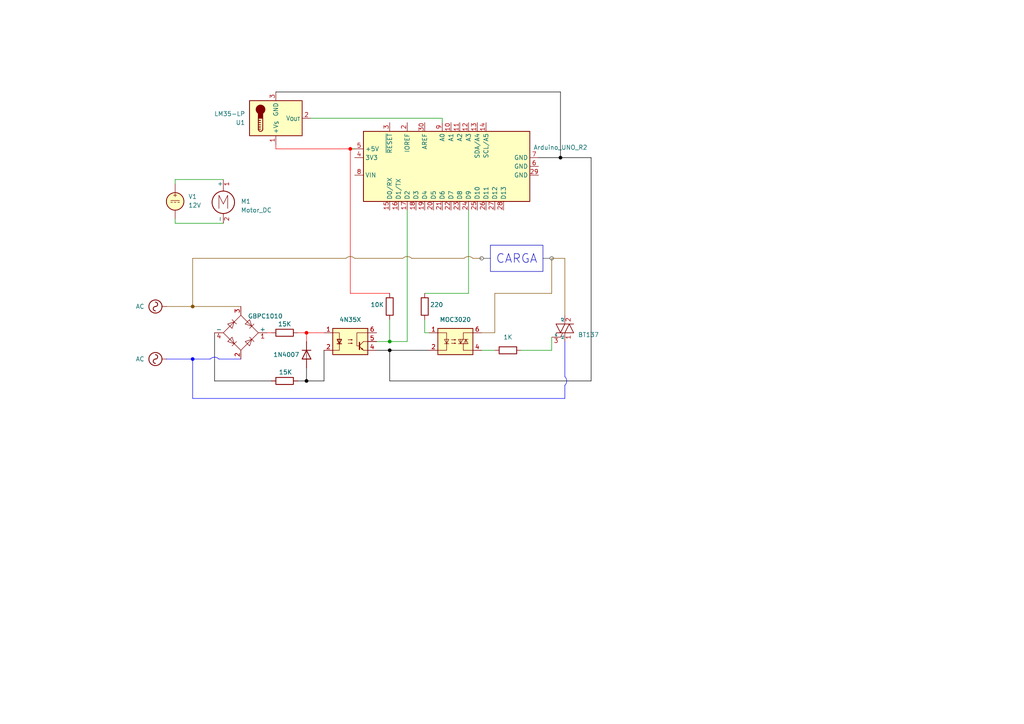
<source format=kicad_sch>
(kicad_sch
	(version 20231120)
	(generator "eeschema")
	(generator_version "8.0")
	(uuid "5ea78286-5b94-4250-b65d-c42303bb37b2")
	(paper "A4")
	(lib_symbols
		(symbol "Device:R"
			(pin_numbers hide)
			(pin_names
				(offset 0)
			)
			(exclude_from_sim no)
			(in_bom yes)
			(on_board yes)
			(property "Reference" "R"
				(at 2.032 0 90)
				(effects
					(font
						(size 1.27 1.27)
					)
				)
			)
			(property "Value" "R"
				(at 0 0 90)
				(effects
					(font
						(size 1.27 1.27)
					)
				)
			)
			(property "Footprint" ""
				(at -1.778 0 90)
				(effects
					(font
						(size 1.27 1.27)
					)
					(hide yes)
				)
			)
			(property "Datasheet" "~"
				(at 0 0 0)
				(effects
					(font
						(size 1.27 1.27)
					)
					(hide yes)
				)
			)
			(property "Description" "Resistor"
				(at 0 0 0)
				(effects
					(font
						(size 1.27 1.27)
					)
					(hide yes)
				)
			)
			(property "ki_keywords" "R res resistor"
				(at 0 0 0)
				(effects
					(font
						(size 1.27 1.27)
					)
					(hide yes)
				)
			)
			(property "ki_fp_filters" "R_*"
				(at 0 0 0)
				(effects
					(font
						(size 1.27 1.27)
					)
					(hide yes)
				)
			)
			(symbol "R_0_1"
				(rectangle
					(start -1.016 -2.54)
					(end 1.016 2.54)
					(stroke
						(width 0.254)
						(type default)
					)
					(fill
						(type none)
					)
				)
			)
			(symbol "R_1_1"
				(pin passive line
					(at 0 3.81 270)
					(length 1.27)
					(name "~"
						(effects
							(font
								(size 1.27 1.27)
							)
						)
					)
					(number "1"
						(effects
							(font
								(size 1.27 1.27)
							)
						)
					)
				)
				(pin passive line
					(at 0 -3.81 90)
					(length 1.27)
					(name "~"
						(effects
							(font
								(size 1.27 1.27)
							)
						)
					)
					(number "2"
						(effects
							(font
								(size 1.27 1.27)
							)
						)
					)
				)
			)
		)
		(symbol "Diode:1N4007"
			(pin_numbers hide)
			(pin_names hide)
			(exclude_from_sim no)
			(in_bom yes)
			(on_board yes)
			(property "Reference" "D"
				(at 0 2.54 0)
				(effects
					(font
						(size 1.27 1.27)
					)
				)
			)
			(property "Value" "1N4007"
				(at 0 -2.54 0)
				(effects
					(font
						(size 1.27 1.27)
					)
				)
			)
			(property "Footprint" "Diode_THT:D_DO-41_SOD81_P10.16mm_Horizontal"
				(at 0 -4.445 0)
				(effects
					(font
						(size 1.27 1.27)
					)
					(hide yes)
				)
			)
			(property "Datasheet" "http://www.vishay.com/docs/88503/1n4001.pdf"
				(at 0 0 0)
				(effects
					(font
						(size 1.27 1.27)
					)
					(hide yes)
				)
			)
			(property "Description" "1000V 1A General Purpose Rectifier Diode, DO-41"
				(at 0 0 0)
				(effects
					(font
						(size 1.27 1.27)
					)
					(hide yes)
				)
			)
			(property "Sim.Device" "D"
				(at 0 0 0)
				(effects
					(font
						(size 1.27 1.27)
					)
					(hide yes)
				)
			)
			(property "Sim.Pins" "1=K 2=A"
				(at 0 0 0)
				(effects
					(font
						(size 1.27 1.27)
					)
					(hide yes)
				)
			)
			(property "ki_keywords" "diode"
				(at 0 0 0)
				(effects
					(font
						(size 1.27 1.27)
					)
					(hide yes)
				)
			)
			(property "ki_fp_filters" "D*DO?41*"
				(at 0 0 0)
				(effects
					(font
						(size 1.27 1.27)
					)
					(hide yes)
				)
			)
			(symbol "1N4007_0_1"
				(polyline
					(pts
						(xy -1.27 1.27) (xy -1.27 -1.27)
					)
					(stroke
						(width 0.254)
						(type default)
					)
					(fill
						(type none)
					)
				)
				(polyline
					(pts
						(xy 1.27 0) (xy -1.27 0)
					)
					(stroke
						(width 0)
						(type default)
					)
					(fill
						(type none)
					)
				)
				(polyline
					(pts
						(xy 1.27 1.27) (xy 1.27 -1.27) (xy -1.27 0) (xy 1.27 1.27)
					)
					(stroke
						(width 0.254)
						(type default)
					)
					(fill
						(type none)
					)
				)
			)
			(symbol "1N4007_1_1"
				(pin passive line
					(at -3.81 0 0)
					(length 2.54)
					(name "K"
						(effects
							(font
								(size 1.27 1.27)
							)
						)
					)
					(number "1"
						(effects
							(font
								(size 1.27 1.27)
							)
						)
					)
				)
				(pin passive line
					(at 3.81 0 180)
					(length 2.54)
					(name "A"
						(effects
							(font
								(size 1.27 1.27)
							)
						)
					)
					(number "2"
						(effects
							(font
								(size 1.27 1.27)
							)
						)
					)
				)
			)
		)
		(symbol "Diode_Bridge:GBU4D"
			(pin_names
				(offset 0)
			)
			(exclude_from_sim no)
			(in_bom yes)
			(on_board yes)
			(property "Reference" "D"
				(at 2.54 6.985 0)
				(effects
					(font
						(size 1.27 1.27)
					)
					(justify left)
				)
			)
			(property "Value" "GBU4D"
				(at 2.54 5.08 0)
				(effects
					(font
						(size 1.27 1.27)
					)
					(justify left)
				)
			)
			(property "Footprint" "Diode_THT:Diode_Bridge_Vishay_GBU"
				(at 3.81 3.175 0)
				(effects
					(font
						(size 1.27 1.27)
					)
					(justify left)
					(hide yes)
				)
			)
			(property "Datasheet" "http://www.vishay.com/docs/88656/gbu4a.pdf"
				(at 0 0 0)
				(effects
					(font
						(size 1.27 1.27)
					)
					(hide yes)
				)
			)
			(property "Description" "Single-Phase Bridge Rectifier, 140V Vrms, 4.0A If, GBU package"
				(at 0 0 0)
				(effects
					(font
						(size 1.27 1.27)
					)
					(hide yes)
				)
			)
			(property "ki_keywords" "rectifier acdc"
				(at 0 0 0)
				(effects
					(font
						(size 1.27 1.27)
					)
					(hide yes)
				)
			)
			(property "ki_fp_filters" "Diode*Bridge*Vishay*GBU*"
				(at 0 0 0)
				(effects
					(font
						(size 1.27 1.27)
					)
					(hide yes)
				)
			)
			(symbol "GBU4D_0_1"
				(polyline
					(pts
						(xy -2.54 3.81) (xy -1.27 2.54)
					)
					(stroke
						(width 0)
						(type default)
					)
					(fill
						(type none)
					)
				)
				(polyline
					(pts
						(xy -1.27 -2.54) (xy -2.54 -3.81)
					)
					(stroke
						(width 0)
						(type default)
					)
					(fill
						(type none)
					)
				)
				(polyline
					(pts
						(xy 2.54 -1.27) (xy 3.81 -2.54)
					)
					(stroke
						(width 0)
						(type default)
					)
					(fill
						(type none)
					)
				)
				(polyline
					(pts
						(xy 2.54 1.27) (xy 3.81 2.54)
					)
					(stroke
						(width 0)
						(type default)
					)
					(fill
						(type none)
					)
				)
				(polyline
					(pts
						(xy -3.81 2.54) (xy -2.54 1.27) (xy -1.905 3.175) (xy -3.81 2.54)
					)
					(stroke
						(width 0)
						(type default)
					)
					(fill
						(type none)
					)
				)
				(polyline
					(pts
						(xy -2.54 -1.27) (xy -3.81 -2.54) (xy -1.905 -3.175) (xy -2.54 -1.27)
					)
					(stroke
						(width 0)
						(type default)
					)
					(fill
						(type none)
					)
				)
				(polyline
					(pts
						(xy 1.27 2.54) (xy 2.54 3.81) (xy 3.175 1.905) (xy 1.27 2.54)
					)
					(stroke
						(width 0)
						(type default)
					)
					(fill
						(type none)
					)
				)
				(polyline
					(pts
						(xy 3.175 -1.905) (xy 1.27 -2.54) (xy 2.54 -3.81) (xy 3.175 -1.905)
					)
					(stroke
						(width 0)
						(type default)
					)
					(fill
						(type none)
					)
				)
				(polyline
					(pts
						(xy -5.08 0) (xy 0 -5.08) (xy 5.08 0) (xy 0 5.08) (xy -5.08 0)
					)
					(stroke
						(width 0)
						(type default)
					)
					(fill
						(type none)
					)
				)
			)
			(symbol "GBU4D_1_1"
				(pin passive line
					(at 7.62 0 180)
					(length 2.54)
					(name "+"
						(effects
							(font
								(size 1.27 1.27)
							)
						)
					)
					(number "1"
						(effects
							(font
								(size 1.27 1.27)
							)
						)
					)
				)
				(pin passive line
					(at 0 -7.62 90)
					(length 2.54)
					(name "~"
						(effects
							(font
								(size 1.27 1.27)
							)
						)
					)
					(number "2"
						(effects
							(font
								(size 1.27 1.27)
							)
						)
					)
				)
				(pin passive line
					(at 0 7.62 270)
					(length 2.54)
					(name "~"
						(effects
							(font
								(size 1.27 1.27)
							)
						)
					)
					(number "3"
						(effects
							(font
								(size 1.27 1.27)
							)
						)
					)
				)
				(pin passive line
					(at -7.62 0 0)
					(length 2.54)
					(name "-"
						(effects
							(font
								(size 1.27 1.27)
							)
						)
					)
					(number "4"
						(effects
							(font
								(size 1.27 1.27)
							)
						)
					)
				)
			)
		)
		(symbol "Isolator:4N35"
			(pin_names
				(offset 1.016)
			)
			(exclude_from_sim no)
			(in_bom yes)
			(on_board yes)
			(property "Reference" "U"
				(at -5.08 5.08 0)
				(effects
					(font
						(size 1.27 1.27)
					)
					(justify left)
				)
			)
			(property "Value" "4N35"
				(at 0 5.08 0)
				(effects
					(font
						(size 1.27 1.27)
					)
					(justify left)
				)
			)
			(property "Footprint" "Package_DIP:DIP-6_W7.62mm"
				(at -5.08 -5.08 0)
				(effects
					(font
						(size 1.27 1.27)
						(italic yes)
					)
					(justify left)
					(hide yes)
				)
			)
			(property "Datasheet" "https://www.vishay.com/docs/81181/4n35.pdf"
				(at 0 0 0)
				(effects
					(font
						(size 1.27 1.27)
					)
					(justify left)
					(hide yes)
				)
			)
			(property "Description" "Optocoupler, Phototransistor Output, with Base Connection, Vce 70V, CTR 100%, Viso 5000V, DIP6"
				(at 0 0 0)
				(effects
					(font
						(size 1.27 1.27)
					)
					(hide yes)
				)
			)
			(property "ki_keywords" "NPN DC Optocoupler Base Connected"
				(at 0 0 0)
				(effects
					(font
						(size 1.27 1.27)
					)
					(hide yes)
				)
			)
			(property "ki_fp_filters" "DIP*W7.62mm*"
				(at 0 0 0)
				(effects
					(font
						(size 1.27 1.27)
					)
					(hide yes)
				)
			)
			(symbol "4N35_0_1"
				(rectangle
					(start -5.08 3.81)
					(end 5.08 -3.81)
					(stroke
						(width 0.254)
						(type default)
					)
					(fill
						(type background)
					)
				)
				(polyline
					(pts
						(xy -3.81 -0.635) (xy -2.54 -0.635)
					)
					(stroke
						(width 0.254)
						(type default)
					)
					(fill
						(type none)
					)
				)
				(polyline
					(pts
						(xy 2.667 -1.397) (xy 3.81 -2.54)
					)
					(stroke
						(width 0)
						(type default)
					)
					(fill
						(type none)
					)
				)
				(polyline
					(pts
						(xy 2.667 -1.143) (xy 3.81 0)
					)
					(stroke
						(width 0)
						(type default)
					)
					(fill
						(type none)
					)
				)
				(polyline
					(pts
						(xy 3.81 -2.54) (xy 5.08 -2.54)
					)
					(stroke
						(width 0)
						(type default)
					)
					(fill
						(type none)
					)
				)
				(polyline
					(pts
						(xy 3.81 0) (xy 5.08 0)
					)
					(stroke
						(width 0)
						(type default)
					)
					(fill
						(type none)
					)
				)
				(polyline
					(pts
						(xy 2.667 -0.254) (xy 2.667 -2.286) (xy 2.667 -2.286)
					)
					(stroke
						(width 0.3556)
						(type default)
					)
					(fill
						(type none)
					)
				)
				(polyline
					(pts
						(xy -5.08 -2.54) (xy -3.175 -2.54) (xy -3.175 2.54) (xy -5.08 2.54)
					)
					(stroke
						(width 0)
						(type default)
					)
					(fill
						(type none)
					)
				)
				(polyline
					(pts
						(xy -3.175 -0.635) (xy -3.81 0.635) (xy -2.54 0.635) (xy -3.175 -0.635)
					)
					(stroke
						(width 0.254)
						(type default)
					)
					(fill
						(type none)
					)
				)
				(polyline
					(pts
						(xy 3.683 -2.413) (xy 3.429 -1.905) (xy 3.175 -2.159) (xy 3.683 -2.413)
					)
					(stroke
						(width 0)
						(type default)
					)
					(fill
						(type none)
					)
				)
				(polyline
					(pts
						(xy 5.08 2.54) (xy 1.905 2.54) (xy 1.905 -1.27) (xy 2.54 -1.27)
					)
					(stroke
						(width 0)
						(type default)
					)
					(fill
						(type none)
					)
				)
				(polyline
					(pts
						(xy -0.635 -0.508) (xy 0.635 -0.508) (xy 0.254 -0.635) (xy 0.254 -0.381) (xy 0.635 -0.508)
					)
					(stroke
						(width 0)
						(type default)
					)
					(fill
						(type none)
					)
				)
				(polyline
					(pts
						(xy -0.635 0.508) (xy 0.635 0.508) (xy 0.254 0.381) (xy 0.254 0.635) (xy 0.635 0.508)
					)
					(stroke
						(width 0)
						(type default)
					)
					(fill
						(type none)
					)
				)
			)
			(symbol "4N35_1_1"
				(pin passive line
					(at -7.62 2.54 0)
					(length 2.54)
					(name "~"
						(effects
							(font
								(size 1.27 1.27)
							)
						)
					)
					(number "1"
						(effects
							(font
								(size 1.27 1.27)
							)
						)
					)
				)
				(pin passive line
					(at -7.62 -2.54 0)
					(length 2.54)
					(name "~"
						(effects
							(font
								(size 1.27 1.27)
							)
						)
					)
					(number "2"
						(effects
							(font
								(size 1.27 1.27)
							)
						)
					)
				)
				(pin no_connect line
					(at -5.08 0 0)
					(length 2.54) hide
					(name "NC"
						(effects
							(font
								(size 1.27 1.27)
							)
						)
					)
					(number "3"
						(effects
							(font
								(size 1.27 1.27)
							)
						)
					)
				)
				(pin passive line
					(at 7.62 -2.54 180)
					(length 2.54)
					(name "~"
						(effects
							(font
								(size 1.27 1.27)
							)
						)
					)
					(number "4"
						(effects
							(font
								(size 1.27 1.27)
							)
						)
					)
				)
				(pin passive line
					(at 7.62 0 180)
					(length 2.54)
					(name "~"
						(effects
							(font
								(size 1.27 1.27)
							)
						)
					)
					(number "5"
						(effects
							(font
								(size 1.27 1.27)
							)
						)
					)
				)
				(pin passive line
					(at 7.62 2.54 180)
					(length 2.54)
					(name "~"
						(effects
							(font
								(size 1.27 1.27)
							)
						)
					)
					(number "6"
						(effects
							(font
								(size 1.27 1.27)
							)
						)
					)
				)
			)
		)
		(symbol "MCU_Module:Arduino_UNO_R2"
			(exclude_from_sim no)
			(in_bom yes)
			(on_board yes)
			(property "Reference" "A"
				(at -10.16 23.495 0)
				(effects
					(font
						(size 1.27 1.27)
					)
					(justify left bottom)
				)
			)
			(property "Value" "Arduino_UNO_R2"
				(at 5.08 -26.67 0)
				(effects
					(font
						(size 1.27 1.27)
					)
					(justify left top)
				)
			)
			(property "Footprint" "Module:Arduino_UNO_R2"
				(at 0 0 0)
				(effects
					(font
						(size 1.27 1.27)
						(italic yes)
					)
					(hide yes)
				)
			)
			(property "Datasheet" "https://www.arduino.cc/en/Main/arduinoBoardUno"
				(at 0 0 0)
				(effects
					(font
						(size 1.27 1.27)
					)
					(hide yes)
				)
			)
			(property "Description" "Arduino UNO Microcontroller Module, release 2"
				(at 0 0 0)
				(effects
					(font
						(size 1.27 1.27)
					)
					(hide yes)
				)
			)
			(property "ki_keywords" "Arduino UNO R3 Microcontroller Module Atmel AVR USB"
				(at 0 0 0)
				(effects
					(font
						(size 1.27 1.27)
					)
					(hide yes)
				)
			)
			(property "ki_fp_filters" "Arduino*UNO*R2*"
				(at 0 0 0)
				(effects
					(font
						(size 1.27 1.27)
					)
					(hide yes)
				)
			)
			(symbol "Arduino_UNO_R2_0_1"
				(rectangle
					(start -10.16 22.86)
					(end 10.16 -25.4)
					(stroke
						(width 0.254)
						(type default)
					)
					(fill
						(type background)
					)
				)
			)
			(symbol "Arduino_UNO_R2_1_1"
				(pin no_connect line
					(at -10.16 -20.32 0)
					(length 2.54) hide
					(name "NC"
						(effects
							(font
								(size 1.27 1.27)
							)
						)
					)
					(number "1"
						(effects
							(font
								(size 1.27 1.27)
							)
						)
					)
				)
				(pin bidirectional line
					(at 12.7 -2.54 180)
					(length 2.54)
					(name "A1"
						(effects
							(font
								(size 1.27 1.27)
							)
						)
					)
					(number "10"
						(effects
							(font
								(size 1.27 1.27)
							)
						)
					)
				)
				(pin bidirectional line
					(at 12.7 -5.08 180)
					(length 2.54)
					(name "A2"
						(effects
							(font
								(size 1.27 1.27)
							)
						)
					)
					(number "11"
						(effects
							(font
								(size 1.27 1.27)
							)
						)
					)
				)
				(pin bidirectional line
					(at 12.7 -7.62 180)
					(length 2.54)
					(name "A3"
						(effects
							(font
								(size 1.27 1.27)
							)
						)
					)
					(number "12"
						(effects
							(font
								(size 1.27 1.27)
							)
						)
					)
				)
				(pin bidirectional line
					(at 12.7 -10.16 180)
					(length 2.54)
					(name "SDA/A4"
						(effects
							(font
								(size 1.27 1.27)
							)
						)
					)
					(number "13"
						(effects
							(font
								(size 1.27 1.27)
							)
						)
					)
				)
				(pin bidirectional line
					(at 12.7 -12.7 180)
					(length 2.54)
					(name "SCL/A5"
						(effects
							(font
								(size 1.27 1.27)
							)
						)
					)
					(number "14"
						(effects
							(font
								(size 1.27 1.27)
							)
						)
					)
				)
				(pin bidirectional line
					(at -12.7 15.24 0)
					(length 2.54)
					(name "D0/RX"
						(effects
							(font
								(size 1.27 1.27)
							)
						)
					)
					(number "15"
						(effects
							(font
								(size 1.27 1.27)
							)
						)
					)
				)
				(pin bidirectional line
					(at -12.7 12.7 0)
					(length 2.54)
					(name "D1/TX"
						(effects
							(font
								(size 1.27 1.27)
							)
						)
					)
					(number "16"
						(effects
							(font
								(size 1.27 1.27)
							)
						)
					)
				)
				(pin bidirectional line
					(at -12.7 10.16 0)
					(length 2.54)
					(name "D2"
						(effects
							(font
								(size 1.27 1.27)
							)
						)
					)
					(number "17"
						(effects
							(font
								(size 1.27 1.27)
							)
						)
					)
				)
				(pin bidirectional line
					(at -12.7 7.62 0)
					(length 2.54)
					(name "D3"
						(effects
							(font
								(size 1.27 1.27)
							)
						)
					)
					(number "18"
						(effects
							(font
								(size 1.27 1.27)
							)
						)
					)
				)
				(pin bidirectional line
					(at -12.7 5.08 0)
					(length 2.54)
					(name "D4"
						(effects
							(font
								(size 1.27 1.27)
							)
						)
					)
					(number "19"
						(effects
							(font
								(size 1.27 1.27)
							)
						)
					)
				)
				(pin output line
					(at 12.7 10.16 180)
					(length 2.54)
					(name "IOREF"
						(effects
							(font
								(size 1.27 1.27)
							)
						)
					)
					(number "2"
						(effects
							(font
								(size 1.27 1.27)
							)
						)
					)
				)
				(pin bidirectional line
					(at -12.7 2.54 0)
					(length 2.54)
					(name "D5"
						(effects
							(font
								(size 1.27 1.27)
							)
						)
					)
					(number "20"
						(effects
							(font
								(size 1.27 1.27)
							)
						)
					)
				)
				(pin bidirectional line
					(at -12.7 0 0)
					(length 2.54)
					(name "D6"
						(effects
							(font
								(size 1.27 1.27)
							)
						)
					)
					(number "21"
						(effects
							(font
								(size 1.27 1.27)
							)
						)
					)
				)
				(pin bidirectional line
					(at -12.7 -2.54 0)
					(length 2.54)
					(name "D7"
						(effects
							(font
								(size 1.27 1.27)
							)
						)
					)
					(number "22"
						(effects
							(font
								(size 1.27 1.27)
							)
						)
					)
				)
				(pin bidirectional line
					(at -12.7 -5.08 0)
					(length 2.54)
					(name "D8"
						(effects
							(font
								(size 1.27 1.27)
							)
						)
					)
					(number "23"
						(effects
							(font
								(size 1.27 1.27)
							)
						)
					)
				)
				(pin bidirectional line
					(at -12.7 -7.62 0)
					(length 2.54)
					(name "D9"
						(effects
							(font
								(size 1.27 1.27)
							)
						)
					)
					(number "24"
						(effects
							(font
								(size 1.27 1.27)
							)
						)
					)
				)
				(pin bidirectional line
					(at -12.7 -10.16 0)
					(length 2.54)
					(name "D10"
						(effects
							(font
								(size 1.27 1.27)
							)
						)
					)
					(number "25"
						(effects
							(font
								(size 1.27 1.27)
							)
						)
					)
				)
				(pin bidirectional line
					(at -12.7 -12.7 0)
					(length 2.54)
					(name "D11"
						(effects
							(font
								(size 1.27 1.27)
							)
						)
					)
					(number "26"
						(effects
							(font
								(size 1.27 1.27)
							)
						)
					)
				)
				(pin bidirectional line
					(at -12.7 -15.24 0)
					(length 2.54)
					(name "D12"
						(effects
							(font
								(size 1.27 1.27)
							)
						)
					)
					(number "27"
						(effects
							(font
								(size 1.27 1.27)
							)
						)
					)
				)
				(pin bidirectional line
					(at -12.7 -17.78 0)
					(length 2.54)
					(name "D13"
						(effects
							(font
								(size 1.27 1.27)
							)
						)
					)
					(number "28"
						(effects
							(font
								(size 1.27 1.27)
							)
						)
					)
				)
				(pin power_in line
					(at -2.54 -27.94 90)
					(length 2.54)
					(name "GND"
						(effects
							(font
								(size 1.27 1.27)
							)
						)
					)
					(number "29"
						(effects
							(font
								(size 1.27 1.27)
							)
						)
					)
				)
				(pin input line
					(at 12.7 15.24 180)
					(length 2.54)
					(name "~{RESET}"
						(effects
							(font
								(size 1.27 1.27)
							)
						)
					)
					(number "3"
						(effects
							(font
								(size 1.27 1.27)
							)
						)
					)
				)
				(pin input line
					(at 12.7 5.08 180)
					(length 2.54)
					(name "AREF"
						(effects
							(font
								(size 1.27 1.27)
							)
						)
					)
					(number "30"
						(effects
							(font
								(size 1.27 1.27)
							)
						)
					)
				)
				(pin power_out line
					(at 2.54 25.4 270)
					(length 2.54)
					(name "3V3"
						(effects
							(font
								(size 1.27 1.27)
							)
						)
					)
					(number "4"
						(effects
							(font
								(size 1.27 1.27)
							)
						)
					)
				)
				(pin power_out line
					(at 5.08 25.4 270)
					(length 2.54)
					(name "+5V"
						(effects
							(font
								(size 1.27 1.27)
							)
						)
					)
					(number "5"
						(effects
							(font
								(size 1.27 1.27)
							)
						)
					)
				)
				(pin power_in line
					(at 0 -27.94 90)
					(length 2.54)
					(name "GND"
						(effects
							(font
								(size 1.27 1.27)
							)
						)
					)
					(number "6"
						(effects
							(font
								(size 1.27 1.27)
							)
						)
					)
				)
				(pin power_in line
					(at 2.54 -27.94 90)
					(length 2.54)
					(name "GND"
						(effects
							(font
								(size 1.27 1.27)
							)
						)
					)
					(number "7"
						(effects
							(font
								(size 1.27 1.27)
							)
						)
					)
				)
				(pin power_in line
					(at -2.54 25.4 270)
					(length 2.54)
					(name "VIN"
						(effects
							(font
								(size 1.27 1.27)
							)
						)
					)
					(number "8"
						(effects
							(font
								(size 1.27 1.27)
							)
						)
					)
				)
				(pin bidirectional line
					(at 12.7 0 180)
					(length 2.54)
					(name "A0"
						(effects
							(font
								(size 1.27 1.27)
							)
						)
					)
					(number "9"
						(effects
							(font
								(size 1.27 1.27)
							)
						)
					)
				)
			)
		)
		(symbol "Motor:Motor_DC"
			(pin_names
				(offset 0)
			)
			(exclude_from_sim no)
			(in_bom yes)
			(on_board yes)
			(property "Reference" "M"
				(at 2.54 2.54 0)
				(effects
					(font
						(size 1.27 1.27)
					)
					(justify left)
				)
			)
			(property "Value" "Motor_DC"
				(at 2.54 -5.08 0)
				(effects
					(font
						(size 1.27 1.27)
					)
					(justify left top)
				)
			)
			(property "Footprint" ""
				(at 0 -2.286 0)
				(effects
					(font
						(size 1.27 1.27)
					)
					(hide yes)
				)
			)
			(property "Datasheet" "~"
				(at 0 -2.286 0)
				(effects
					(font
						(size 1.27 1.27)
					)
					(hide yes)
				)
			)
			(property "Description" "DC Motor"
				(at 0 0 0)
				(effects
					(font
						(size 1.27 1.27)
					)
					(hide yes)
				)
			)
			(property "ki_keywords" "DC Motor"
				(at 0 0 0)
				(effects
					(font
						(size 1.27 1.27)
					)
					(hide yes)
				)
			)
			(property "ki_fp_filters" "PinHeader*P2.54mm* TerminalBlock*"
				(at 0 0 0)
				(effects
					(font
						(size 1.27 1.27)
					)
					(hide yes)
				)
			)
			(symbol "Motor_DC_0_0"
				(polyline
					(pts
						(xy -1.27 -3.302) (xy -1.27 0.508) (xy 0 -2.032) (xy 1.27 0.508) (xy 1.27 -3.302)
					)
					(stroke
						(width 0)
						(type default)
					)
					(fill
						(type none)
					)
				)
			)
			(symbol "Motor_DC_0_1"
				(circle
					(center 0 -1.524)
					(radius 3.2512)
					(stroke
						(width 0.254)
						(type default)
					)
					(fill
						(type none)
					)
				)
				(polyline
					(pts
						(xy 0 -7.62) (xy 0 -7.112)
					)
					(stroke
						(width 0)
						(type default)
					)
					(fill
						(type none)
					)
				)
				(polyline
					(pts
						(xy 0 -4.7752) (xy 0 -5.1816)
					)
					(stroke
						(width 0)
						(type default)
					)
					(fill
						(type none)
					)
				)
				(polyline
					(pts
						(xy 0 1.7272) (xy 0 2.0828)
					)
					(stroke
						(width 0)
						(type default)
					)
					(fill
						(type none)
					)
				)
				(polyline
					(pts
						(xy 0 2.032) (xy 0 2.54)
					)
					(stroke
						(width 0)
						(type default)
					)
					(fill
						(type none)
					)
				)
			)
			(symbol "Motor_DC_1_1"
				(pin passive line
					(at 0 5.08 270)
					(length 2.54)
					(name "+"
						(effects
							(font
								(size 1.27 1.27)
							)
						)
					)
					(number "1"
						(effects
							(font
								(size 1.27 1.27)
							)
						)
					)
				)
				(pin passive line
					(at 0 -7.62 90)
					(length 2.54)
					(name "-"
						(effects
							(font
								(size 1.27 1.27)
							)
						)
					)
					(number "2"
						(effects
							(font
								(size 1.27 1.27)
							)
						)
					)
				)
			)
		)
		(symbol "Relay_SolidState:MOC3020M"
			(exclude_from_sim no)
			(in_bom yes)
			(on_board yes)
			(property "Reference" "U"
				(at -5.334 4.826 0)
				(effects
					(font
						(size 1.27 1.27)
					)
					(justify left)
				)
			)
			(property "Value" "MOC3020M"
				(at 0 5.08 0)
				(effects
					(font
						(size 1.27 1.27)
					)
					(justify left)
				)
			)
			(property "Footprint" ""
				(at -5.08 -5.08 0)
				(effects
					(font
						(size 1.27 1.27)
						(italic yes)
					)
					(justify left)
					(hide yes)
				)
			)
			(property "Datasheet" "https://www.onsemi.com/pub/Collateral/MOC3023M-D.PDF"
				(at 0 0 0)
				(effects
					(font
						(size 1.27 1.27)
					)
					(justify left)
					(hide yes)
				)
			)
			(property "Description" "Random Phase Opto-Triac, Vdrm 400V, Ift 30mA, DIP6"
				(at 0 0 0)
				(effects
					(font
						(size 1.27 1.27)
					)
					(hide yes)
				)
			)
			(property "ki_keywords" "Opto-Triac Opto Triac Random Phase"
				(at 0 0 0)
				(effects
					(font
						(size 1.27 1.27)
					)
					(hide yes)
				)
			)
			(property "ki_fp_filters" "DIP*W7.62mm* SMDIP*W9.53mm* DIP*W10.16mm*"
				(at 0 0 0)
				(effects
					(font
						(size 1.27 1.27)
					)
					(hide yes)
				)
			)
			(symbol "MOC3020M_0_1"
				(rectangle
					(start -5.08 3.81)
					(end 5.08 -3.81)
					(stroke
						(width 0.254)
						(type default)
					)
					(fill
						(type background)
					)
				)
				(polyline
					(pts
						(xy -3.175 -0.635) (xy -1.905 -0.635)
					)
					(stroke
						(width 0)
						(type default)
					)
					(fill
						(type none)
					)
				)
				(polyline
					(pts
						(xy 1.524 -0.635) (xy 1.524 0.635)
					)
					(stroke
						(width 0)
						(type default)
					)
					(fill
						(type none)
					)
				)
				(polyline
					(pts
						(xy 3.048 0.635) (xy 3.048 -0.635)
					)
					(stroke
						(width 0)
						(type default)
					)
					(fill
						(type none)
					)
				)
				(polyline
					(pts
						(xy 2.286 -0.635) (xy 2.286 -2.54) (xy 5.08 -2.54)
					)
					(stroke
						(width 0)
						(type default)
					)
					(fill
						(type none)
					)
				)
				(polyline
					(pts
						(xy 2.286 0.635) (xy 2.286 2.54) (xy 5.08 2.54)
					)
					(stroke
						(width 0)
						(type default)
					)
					(fill
						(type none)
					)
				)
				(polyline
					(pts
						(xy -5.08 2.54) (xy -2.54 2.54) (xy -2.54 -2.54) (xy -5.08 -2.54)
					)
					(stroke
						(width 0)
						(type default)
					)
					(fill
						(type none)
					)
				)
				(polyline
					(pts
						(xy -2.54 -0.635) (xy -3.175 0.635) (xy -1.905 0.635) (xy -2.54 -0.635)
					)
					(stroke
						(width 0)
						(type default)
					)
					(fill
						(type none)
					)
				)
				(polyline
					(pts
						(xy 0.889 -0.635) (xy 3.683 -0.635) (xy 3.048 0.635) (xy 2.413 -0.635)
					)
					(stroke
						(width 0)
						(type default)
					)
					(fill
						(type none)
					)
				)
				(polyline
					(pts
						(xy 3.683 0.635) (xy 0.889 0.635) (xy 1.524 -0.635) (xy 2.159 0.635)
					)
					(stroke
						(width 0)
						(type default)
					)
					(fill
						(type none)
					)
				)
				(polyline
					(pts
						(xy -1.143 -0.508) (xy 0.127 -0.508) (xy -0.254 -0.635) (xy -0.254 -0.381) (xy 0.127 -0.508)
					)
					(stroke
						(width 0)
						(type default)
					)
					(fill
						(type none)
					)
				)
				(polyline
					(pts
						(xy -1.143 0.508) (xy 0.127 0.508) (xy -0.254 0.381) (xy -0.254 0.635) (xy 0.127 0.508)
					)
					(stroke
						(width 0)
						(type default)
					)
					(fill
						(type none)
					)
				)
			)
			(symbol "MOC3020M_1_1"
				(pin passive line
					(at -7.62 2.54 0)
					(length 2.54)
					(name "~"
						(effects
							(font
								(size 1.27 1.27)
							)
						)
					)
					(number "1"
						(effects
							(font
								(size 1.27 1.27)
							)
						)
					)
				)
				(pin passive line
					(at -7.62 -2.54 0)
					(length 2.54)
					(name "~"
						(effects
							(font
								(size 1.27 1.27)
							)
						)
					)
					(number "2"
						(effects
							(font
								(size 1.27 1.27)
							)
						)
					)
				)
				(pin no_connect line
					(at -5.08 0 0)
					(length 2.54) hide
					(name "NC"
						(effects
							(font
								(size 1.27 1.27)
							)
						)
					)
					(number "3"
						(effects
							(font
								(size 1.27 1.27)
							)
						)
					)
				)
				(pin passive line
					(at 7.62 -2.54 180)
					(length 2.54)
					(name "~"
						(effects
							(font
								(size 1.27 1.27)
							)
						)
					)
					(number "4"
						(effects
							(font
								(size 1.27 1.27)
							)
						)
					)
				)
				(pin no_connect line
					(at 5.08 0 180)
					(length 2.54) hide
					(name "NC"
						(effects
							(font
								(size 1.27 1.27)
							)
						)
					)
					(number "5"
						(effects
							(font
								(size 1.27 1.27)
							)
						)
					)
				)
				(pin passive line
					(at 7.62 2.54 180)
					(length 2.54)
					(name "~"
						(effects
							(font
								(size 1.27 1.27)
							)
						)
					)
					(number "6"
						(effects
							(font
								(size 1.27 1.27)
							)
						)
					)
				)
			)
		)
		(symbol "Sensor_Temperature:LM35-LP"
			(exclude_from_sim no)
			(in_bom yes)
			(on_board yes)
			(property "Reference" "U"
				(at -6.35 6.35 0)
				(effects
					(font
						(size 1.27 1.27)
					)
				)
			)
			(property "Value" "LM35-LP"
				(at 1.27 6.35 0)
				(effects
					(font
						(size 1.27 1.27)
					)
					(justify left)
				)
			)
			(property "Footprint" "Package_TO_SOT_THT:TO-92_Inline"
				(at 1.27 -6.35 0)
				(effects
					(font
						(size 1.27 1.27)
					)
					(justify left)
					(hide yes)
				)
			)
			(property "Datasheet" "http://www.ti.com/lit/ds/symlink/lm35.pdf"
				(at 0 0 0)
				(effects
					(font
						(size 1.27 1.27)
					)
					(hide yes)
				)
			)
			(property "Description" "Precision centigrade temperature sensor, TO-92"
				(at 0 0 0)
				(effects
					(font
						(size 1.27 1.27)
					)
					(hide yes)
				)
			)
			(property "ki_keywords" "temperature sensor thermistor"
				(at 0 0 0)
				(effects
					(font
						(size 1.27 1.27)
					)
					(hide yes)
				)
			)
			(property "ki_fp_filters" "TO?92*"
				(at 0 0 0)
				(effects
					(font
						(size 1.27 1.27)
					)
					(hide yes)
				)
			)
			(symbol "LM35-LP_0_1"
				(rectangle
					(start -7.62 5.08)
					(end 7.62 -5.08)
					(stroke
						(width 0.254)
						(type default)
					)
					(fill
						(type background)
					)
				)
				(circle
					(center -4.445 -2.54)
					(radius 1.27)
					(stroke
						(width 0.254)
						(type default)
					)
					(fill
						(type outline)
					)
				)
				(rectangle
					(start -3.81 -1.905)
					(end -5.08 0)
					(stroke
						(width 0.254)
						(type default)
					)
					(fill
						(type outline)
					)
				)
				(arc
					(start -3.81 3.175)
					(mid -4.445 3.8073)
					(end -5.08 3.175)
					(stroke
						(width 0.254)
						(type default)
					)
					(fill
						(type none)
					)
				)
				(polyline
					(pts
						(xy -5.08 0.635) (xy -4.445 0.635)
					)
					(stroke
						(width 0.254)
						(type default)
					)
					(fill
						(type none)
					)
				)
				(polyline
					(pts
						(xy -5.08 1.27) (xy -4.445 1.27)
					)
					(stroke
						(width 0.254)
						(type default)
					)
					(fill
						(type none)
					)
				)
				(polyline
					(pts
						(xy -5.08 1.905) (xy -4.445 1.905)
					)
					(stroke
						(width 0.254)
						(type default)
					)
					(fill
						(type none)
					)
				)
				(polyline
					(pts
						(xy -5.08 2.54) (xy -4.445 2.54)
					)
					(stroke
						(width 0.254)
						(type default)
					)
					(fill
						(type none)
					)
				)
				(polyline
					(pts
						(xy -5.08 3.175) (xy -5.08 0)
					)
					(stroke
						(width 0.254)
						(type default)
					)
					(fill
						(type none)
					)
				)
				(polyline
					(pts
						(xy -5.08 3.175) (xy -4.445 3.175)
					)
					(stroke
						(width 0.254)
						(type default)
					)
					(fill
						(type none)
					)
				)
				(polyline
					(pts
						(xy -3.81 3.175) (xy -3.81 0)
					)
					(stroke
						(width 0.254)
						(type default)
					)
					(fill
						(type none)
					)
				)
			)
			(symbol "LM35-LP_1_1"
				(pin power_in line
					(at 0 7.62 270)
					(length 2.54)
					(name "+V_{S}"
						(effects
							(font
								(size 1.27 1.27)
							)
						)
					)
					(number "1"
						(effects
							(font
								(size 1.27 1.27)
							)
						)
					)
				)
				(pin output line
					(at 10.16 0 180)
					(length 2.54)
					(name "V_{OUT}"
						(effects
							(font
								(size 1.27 1.27)
							)
						)
					)
					(number "2"
						(effects
							(font
								(size 1.27 1.27)
							)
						)
					)
				)
				(pin power_in line
					(at 0 -7.62 90)
					(length 2.54)
					(name "GND"
						(effects
							(font
								(size 1.27 1.27)
							)
						)
					)
					(number "3"
						(effects
							(font
								(size 1.27 1.27)
							)
						)
					)
				)
			)
		)
		(symbol "Simulation_SPICE:VDC"
			(pin_numbers hide)
			(pin_names
				(offset 0.0254)
			)
			(exclude_from_sim no)
			(in_bom yes)
			(on_board yes)
			(property "Reference" "V"
				(at 2.54 2.54 0)
				(effects
					(font
						(size 1.27 1.27)
					)
					(justify left)
				)
			)
			(property "Value" "1"
				(at 2.54 0 0)
				(effects
					(font
						(size 1.27 1.27)
					)
					(justify left)
				)
			)
			(property "Footprint" ""
				(at 0 0 0)
				(effects
					(font
						(size 1.27 1.27)
					)
					(hide yes)
				)
			)
			(property "Datasheet" "https://ngspice.sourceforge.io/docs/ngspice-html-manual/manual.xhtml#sec_Independent_Sources_for"
				(at 0 0 0)
				(effects
					(font
						(size 1.27 1.27)
					)
					(hide yes)
				)
			)
			(property "Description" "Voltage source, DC"
				(at 0 0 0)
				(effects
					(font
						(size 1.27 1.27)
					)
					(hide yes)
				)
			)
			(property "Sim.Pins" "1=+ 2=-"
				(at 0 0 0)
				(effects
					(font
						(size 1.27 1.27)
					)
					(hide yes)
				)
			)
			(property "Sim.Type" "DC"
				(at 0 0 0)
				(effects
					(font
						(size 1.27 1.27)
					)
					(hide yes)
				)
			)
			(property "Sim.Device" "V"
				(at 0 0 0)
				(effects
					(font
						(size 1.27 1.27)
					)
					(justify left)
					(hide yes)
				)
			)
			(property "ki_keywords" "simulation"
				(at 0 0 0)
				(effects
					(font
						(size 1.27 1.27)
					)
					(hide yes)
				)
			)
			(symbol "VDC_0_0"
				(polyline
					(pts
						(xy -1.27 0.254) (xy 1.27 0.254)
					)
					(stroke
						(width 0)
						(type default)
					)
					(fill
						(type none)
					)
				)
				(polyline
					(pts
						(xy -0.762 -0.254) (xy -1.27 -0.254)
					)
					(stroke
						(width 0)
						(type default)
					)
					(fill
						(type none)
					)
				)
				(polyline
					(pts
						(xy 0.254 -0.254) (xy -0.254 -0.254)
					)
					(stroke
						(width 0)
						(type default)
					)
					(fill
						(type none)
					)
				)
				(polyline
					(pts
						(xy 1.27 -0.254) (xy 0.762 -0.254)
					)
					(stroke
						(width 0)
						(type default)
					)
					(fill
						(type none)
					)
				)
				(text "+"
					(at 0 1.905 0)
					(effects
						(font
							(size 1.27 1.27)
						)
					)
				)
			)
			(symbol "VDC_0_1"
				(circle
					(center 0 0)
					(radius 2.54)
					(stroke
						(width 0.254)
						(type default)
					)
					(fill
						(type background)
					)
				)
			)
			(symbol "VDC_1_1"
				(pin passive line
					(at 0 5.08 270)
					(length 2.54)
					(name "~"
						(effects
							(font
								(size 1.27 1.27)
							)
						)
					)
					(number "1"
						(effects
							(font
								(size 1.27 1.27)
							)
						)
					)
				)
				(pin passive line
					(at 0 -5.08 90)
					(length 2.54)
					(name "~"
						(effects
							(font
								(size 1.27 1.27)
							)
						)
					)
					(number "2"
						(effects
							(font
								(size 1.27 1.27)
							)
						)
					)
				)
			)
		)
		(symbol "Triac_Thyristor:BT136-600"
			(pin_names
				(offset 0)
			)
			(exclude_from_sim no)
			(in_bom yes)
			(on_board yes)
			(property "Reference" "Q"
				(at 5.08 1.905 0)
				(effects
					(font
						(size 1.27 1.27)
					)
					(justify left)
				)
			)
			(property "Value" "BT136-600"
				(at 5.08 0 0)
				(effects
					(font
						(size 1.27 1.27)
					)
					(justify left)
				)
			)
			(property "Footprint" "Package_TO_SOT_THT:TO-220-3_Vertical"
				(at 5.08 -1.905 0)
				(effects
					(font
						(size 1.27 1.27)
						(italic yes)
					)
					(justify left)
					(hide yes)
				)
			)
			(property "Datasheet" "http://www.micropik.com/PDF/BT136-600.pdf"
				(at 0 0 0)
				(effects
					(font
						(size 1.27 1.27)
					)
					(justify left)
					(hide yes)
				)
			)
			(property "Description" "4A RMS, 500V Off-State Voltage, Triac, TO-220"
				(at 0 0 0)
				(effects
					(font
						(size 1.27 1.27)
					)
					(hide yes)
				)
			)
			(property "ki_keywords" "Triac"
				(at 0 0 0)
				(effects
					(font
						(size 1.27 1.27)
					)
					(hide yes)
				)
			)
			(property "ki_fp_filters" "TO?220*"
				(at 0 0 0)
				(effects
					(font
						(size 1.27 1.27)
					)
					(hide yes)
				)
			)
			(symbol "BT136-600_0_1"
				(polyline
					(pts
						(xy -2.54 -1.27) (xy 2.54 -1.27)
					)
					(stroke
						(width 0.2032)
						(type default)
					)
					(fill
						(type none)
					)
				)
				(polyline
					(pts
						(xy -2.54 1.27) (xy 2.54 1.27)
					)
					(stroke
						(width 0.2032)
						(type default)
					)
					(fill
						(type none)
					)
				)
				(polyline
					(pts
						(xy -1.27 -2.54) (xy -0.635 -1.27)
					)
					(stroke
						(width 0)
						(type default)
					)
					(fill
						(type none)
					)
				)
				(polyline
					(pts
						(xy -2.54 1.27) (xy -1.27 -1.27) (xy 0 1.27)
					)
					(stroke
						(width 0.2032)
						(type default)
					)
					(fill
						(type none)
					)
				)
				(polyline
					(pts
						(xy 0 -1.27) (xy 1.27 1.27) (xy 2.54 -1.27)
					)
					(stroke
						(width 0.2032)
						(type default)
					)
					(fill
						(type none)
					)
				)
			)
			(symbol "BT136-600_1_1"
				(pin passive line
					(at 0 -3.81 90)
					(length 2.54)
					(name "A1"
						(effects
							(font
								(size 0.635 0.635)
							)
						)
					)
					(number "1"
						(effects
							(font
								(size 1.27 1.27)
							)
						)
					)
				)
				(pin passive line
					(at 0 3.81 270)
					(length 2.54)
					(name "A2"
						(effects
							(font
								(size 0.635 0.635)
							)
						)
					)
					(number "2"
						(effects
							(font
								(size 1.27 1.27)
							)
						)
					)
				)
				(pin input line
					(at -3.81 -2.54 0)
					(length 2.54)
					(name "G"
						(effects
							(font
								(size 0.635 0.635)
							)
						)
					)
					(number "3"
						(effects
							(font
								(size 1.27 1.27)
							)
						)
					)
				)
			)
		)
		(symbol "power:AC"
			(power)
			(pin_numbers hide)
			(pin_names
				(offset 0) hide)
			(exclude_from_sim no)
			(in_bom yes)
			(on_board yes)
			(property "Reference" "#PWR"
				(at 0 -2.54 0)
				(effects
					(font
						(size 1.27 1.27)
					)
					(hide yes)
				)
			)
			(property "Value" "AC"
				(at 0 6.35 0)
				(effects
					(font
						(size 1.27 1.27)
					)
				)
			)
			(property "Footprint" ""
				(at 0 0 0)
				(effects
					(font
						(size 1.27 1.27)
					)
					(hide yes)
				)
			)
			(property "Datasheet" ""
				(at 0 0 0)
				(effects
					(font
						(size 1.27 1.27)
					)
					(hide yes)
				)
			)
			(property "Description" "Power symbol creates a global label with name \"AC\""
				(at 0 0 0)
				(effects
					(font
						(size 1.27 1.27)
					)
					(hide yes)
				)
			)
			(property "ki_keywords" "global power"
				(at 0 0 0)
				(effects
					(font
						(size 1.27 1.27)
					)
					(hide yes)
				)
			)
			(symbol "AC_0_1"
				(polyline
					(pts
						(xy 0 0) (xy 0 1.27)
					)
					(stroke
						(width 0)
						(type default)
					)
					(fill
						(type none)
					)
				)
				(arc
					(start 0 3.175)
					(mid -0.635 3.8073)
					(end -1.27 3.175)
					(stroke
						(width 0.254)
						(type default)
					)
					(fill
						(type none)
					)
				)
				(arc
					(start 0 3.175)
					(mid 0.635 2.5427)
					(end 1.27 3.175)
					(stroke
						(width 0.254)
						(type default)
					)
					(fill
						(type none)
					)
				)
				(circle
					(center 0 3.175)
					(radius 1.905)
					(stroke
						(width 0.254)
						(type default)
					)
					(fill
						(type none)
					)
				)
			)
			(symbol "AC_1_1"
				(pin power_in line
					(at 0 0 90)
					(length 0)
					(name "~"
						(effects
							(font
								(size 1.27 1.27)
							)
						)
					)
					(number "1"
						(effects
							(font
								(size 1.27 1.27)
							)
						)
					)
				)
			)
		)
	)
	(junction
		(at 55.88 88.9)
		(diameter 0)
		(color 128 77 0 1)
		(uuid "0b4980a5-0db4-404d-812f-8a2ab005b5cd")
	)
	(junction
		(at 113.03 101.6)
		(diameter 0)
		(color 0 0 0 1)
		(uuid "1bc0d595-700a-488e-829d-5f2fd72843d1")
	)
	(junction
		(at 113.03 99.06)
		(diameter 0)
		(color 0 0 0 0)
		(uuid "2adb80fd-f0e8-4c9a-ac83-4ac9155f611f")
	)
	(junction
		(at 101.6 43.18)
		(diameter 0)
		(color 255 0 0 1)
		(uuid "55a93df3-84af-453c-aa22-3412babe7aaf")
	)
	(junction
		(at 162.56 45.72)
		(diameter 0)
		(color 0 0 0 1)
		(uuid "6781a3b4-d5d2-453d-990c-d1818c26e814")
	)
	(junction
		(at 88.9 110.49)
		(diameter 0)
		(color 0 0 0 1)
		(uuid "cf9428f4-596e-4574-b307-507a9c7fedd9")
	)
	(junction
		(at 55.88 104.14)
		(diameter 0)
		(color 0 0 255 1)
		(uuid "f43d46b9-55f8-42aa-8780-571a8e094d6f")
	)
	(junction
		(at 88.9 96.52)
		(diameter 0)
		(color 255 0 0 1)
		(uuid "f81b2b1a-6ba5-497a-9390-963adf47d6cd")
	)
	(wire
		(pts
			(xy 50.8 63.5) (xy 50.8 64.77)
		)
		(stroke
			(width 0)
			(type default)
		)
		(uuid "00b3b2f6-3b17-4276-913b-d151b6c04aaa")
	)
	(wire
		(pts
			(xy 78.74 110.49) (xy 62.23 110.49)
		)
		(stroke
			(width 0)
			(type default)
			(color 0 0 0 1)
		)
		(uuid "058d669b-611a-4e03-9382-b56f4c028d06")
	)
	(wire
		(pts
			(xy 55.88 88.9) (xy 69.85 88.9)
		)
		(stroke
			(width 0)
			(type default)
			(color 128 77 0 1)
		)
		(uuid "11317346-630b-4dab-a517-bff8b22f2110")
	)
	(wire
		(pts
			(xy 160.02 85.09) (xy 160.02 74.93)
		)
		(stroke
			(width 0)
			(type default)
			(color 128 77 0 1)
		)
		(uuid "1dcc6ebe-bb64-4079-aad2-4d568965b7dc")
	)
	(wire
		(pts
			(xy 50.8 52.07) (xy 64.77 52.07)
		)
		(stroke
			(width 0)
			(type default)
		)
		(uuid "226fb7b4-ea12-4e8c-9515-65226d4cadcc")
	)
	(wire
		(pts
			(xy 101.6 85.09) (xy 101.6 43.18)
		)
		(stroke
			(width 0)
			(type default)
			(color 255 0 0 1)
		)
		(uuid "3177cecf-f095-4d25-a620-fe1afb5438b4")
	)
	(wire
		(pts
			(xy 88.9 96.52) (xy 93.98 96.52)
		)
		(stroke
			(width 0)
			(type default)
			(color 255 0 0 1)
		)
		(uuid "34909489-2725-44a4-a936-eed94494faf3")
	)
	(wire
		(pts
			(xy 162.56 26.67) (xy 162.56 45.72)
		)
		(stroke
			(width 0)
			(type default)
			(color 0 0 0 1)
		)
		(uuid "3952824a-865d-4bb7-99c6-0c4c25c2691b")
	)
	(wire
		(pts
			(xy 55.88 115.57) (xy 55.88 104.14)
		)
		(stroke
			(width 0)
			(type default)
			(color 0 0 255 1)
		)
		(uuid "3eb6f4d3-2254-4aa7-8f72-b50f30aca963")
	)
	(wire
		(pts
			(xy 55.88 74.93) (xy 55.88 88.9)
		)
		(stroke
			(width 0)
			(type default)
			(color 128 77 0 1)
		)
		(uuid "3f408ed2-d88d-4531-b0cd-98343d9d028c")
	)
	(wire
		(pts
			(xy 109.22 101.6) (xy 113.03 101.6)
		)
		(stroke
			(width 0)
			(type default)
			(color 0 0 0 1)
		)
		(uuid "3f48760c-0de1-4372-9c40-e83da1824d15")
	)
	(wire
		(pts
			(xy 80.01 43.18) (xy 101.6 43.18)
		)
		(stroke
			(width 0)
			(type default)
			(color 255 0 0 1)
		)
		(uuid "41b3311d-e47c-4302-bb66-b43700d7602d")
	)
	(wire
		(pts
			(xy 139.7 101.6) (xy 143.51 101.6)
		)
		(stroke
			(width 0)
			(type default)
		)
		(uuid "43125cdd-bb1a-4b28-a094-a250902839ee")
	)
	(wire
		(pts
			(xy 86.36 96.52) (xy 88.9 96.52)
		)
		(stroke
			(width 0)
			(type default)
			(color 255 0 0 1)
		)
		(uuid "482a3512-e6de-4b78-a022-85037dbd2075")
	)
	(wire
		(pts
			(xy 171.45 45.72) (xy 171.45 110.49)
		)
		(stroke
			(width 0)
			(type default)
			(color 0 0 0 1)
		)
		(uuid "4ae02c75-f5e8-4e79-8e3b-5af0c984535c")
	)
	(wire
		(pts
			(xy 119.38 74.93) (xy 134.62 74.93)
		)
		(stroke
			(width 0)
			(type default)
			(color 128 77 0 1)
		)
		(uuid "4d81d8aa-6758-493b-afa3-6836c91a0423")
	)
	(wire
		(pts
			(xy 171.45 110.49) (xy 113.03 110.49)
		)
		(stroke
			(width 0)
			(type default)
			(color 0 0 0 1)
		)
		(uuid "4f574578-a167-47b8-9ec4-9771951a83a5")
	)
	(wire
		(pts
			(xy 156.21 45.72) (xy 162.56 45.72)
		)
		(stroke
			(width 0)
			(type default)
			(color 0 0 0 1)
		)
		(uuid "525a7b31-ad31-4852-80b5-394516d5351c")
	)
	(wire
		(pts
			(xy 135.89 85.09) (xy 135.89 60.96)
		)
		(stroke
			(width 0)
			(type default)
		)
		(uuid "56d5948d-fd34-4e10-a666-b4217511beac")
	)
	(wire
		(pts
			(xy 124.46 96.52) (xy 123.19 96.52)
		)
		(stroke
			(width 0)
			(type default)
		)
		(uuid "573ae4c1-8a9c-4a76-acdc-5a0de573589f")
	)
	(wire
		(pts
			(xy 90.17 34.29) (xy 128.27 34.29)
		)
		(stroke
			(width 0)
			(type default)
		)
		(uuid "5ba120ab-2cbd-4acb-8d51-9c8109093adb")
	)
	(wire
		(pts
			(xy 113.03 101.6) (xy 124.46 101.6)
		)
		(stroke
			(width 0)
			(type default)
			(color 0 0 0 1)
		)
		(uuid "5bfa5b05-16f4-4d46-acbe-beebc2d8db5c")
	)
	(wire
		(pts
			(xy 113.03 110.49) (xy 113.03 101.6)
		)
		(stroke
			(width 0)
			(type default)
			(color 0 0 0 1)
		)
		(uuid "5ff40f64-34ff-4de7-8e25-68c5a36a8229")
	)
	(wire
		(pts
			(xy 48.26 88.9) (xy 55.88 88.9)
		)
		(stroke
			(width 0)
			(type default)
			(color 128 77 0 1)
		)
		(uuid "60655a97-eac0-4a8c-a01c-0166d44603f9")
	)
	(wire
		(pts
			(xy 50.8 64.77) (xy 64.77 64.77)
		)
		(stroke
			(width 0)
			(type default)
		)
		(uuid "68db0ae8-0bd1-4b90-b5a6-0af1867d958c")
	)
	(wire
		(pts
			(xy 162.56 45.72) (xy 171.45 45.72)
		)
		(stroke
			(width 0)
			(type default)
			(color 0 0 0 1)
		)
		(uuid "6d157a91-4ada-450f-ae5c-213e1b737427")
	)
	(wire
		(pts
			(xy 50.8 53.34) (xy 50.8 52.07)
		)
		(stroke
			(width 0)
			(type default)
		)
		(uuid "73ac0d70-ad71-48a5-8e03-6819627a8877")
	)
	(wire
		(pts
			(xy 137.16 74.93) (xy 139.7 74.93)
		)
		(stroke
			(width 0)
			(type default)
			(color 128 77 0 1)
		)
		(uuid "759429a9-4589-4738-af1d-c94c0401ccb5")
	)
	(wire
		(pts
			(xy 109.22 99.06) (xy 113.03 99.06)
		)
		(stroke
			(width 0)
			(type default)
		)
		(uuid "79a37415-a5b5-4a3a-9f6e-171b825bc430")
	)
	(wire
		(pts
			(xy 128.27 34.29) (xy 128.27 35.56)
		)
		(stroke
			(width 0)
			(type default)
		)
		(uuid "7f18a240-655c-41c5-9675-8d254ce56f1a")
	)
	(wire
		(pts
			(xy 163.83 99.06) (xy 163.83 109.22)
		)
		(stroke
			(width 0)
			(type default)
			(color 0 0 255 1)
		)
		(uuid "7f9e7ddd-0668-479c-8724-28d22d48220f")
	)
	(wire
		(pts
			(xy 143.51 96.52) (xy 139.7 96.52)
		)
		(stroke
			(width 0)
			(type default)
			(color 128 77 0 1)
		)
		(uuid "846e89bf-e37a-4370-a79f-900e1bb9e280")
	)
	(wire
		(pts
			(xy 118.11 60.96) (xy 118.11 99.06)
		)
		(stroke
			(width 0)
			(type default)
		)
		(uuid "98c2e750-53d5-41ed-a7f3-0bf59f751dcd")
	)
	(wire
		(pts
			(xy 77.47 96.52) (xy 78.74 96.52)
		)
		(stroke
			(width 0)
			(type default)
			(color 255 0 0 1)
		)
		(uuid "a2c6317d-3e8d-4ed4-a7b7-bf5fc2b4f9fb")
	)
	(wire
		(pts
			(xy 88.9 110.49) (xy 86.36 110.49)
		)
		(stroke
			(width 0)
			(type default)
			(color 0 0 0 1)
		)
		(uuid "a3e764ba-9ca4-48c1-9294-721c67793401")
	)
	(wire
		(pts
			(xy 123.19 96.52) (xy 123.19 92.71)
		)
		(stroke
			(width 0)
			(type default)
		)
		(uuid "a4337cad-2d06-47c1-9d77-1213300d1c99")
	)
	(wire
		(pts
			(xy 93.98 110.49) (xy 88.9 110.49)
		)
		(stroke
			(width 0)
			(type default)
			(color 0 0 0 1)
		)
		(uuid "a85ed70d-a1c3-4f5f-aa64-5ed596262420")
	)
	(wire
		(pts
			(xy 101.6 43.18) (xy 102.87 43.18)
		)
		(stroke
			(width 0)
			(type default)
			(color 255 0 0 1)
		)
		(uuid "ad27ae4f-bde7-449f-8553-cbc11bf0e347")
	)
	(wire
		(pts
			(xy 163.83 91.44) (xy 163.83 74.93)
		)
		(stroke
			(width 0)
			(type default)
			(color 128 77 0 1)
		)
		(uuid "b03a1b58-e878-4df0-81b5-4ae69e61e9d0")
	)
	(wire
		(pts
			(xy 118.11 99.06) (xy 113.03 99.06)
		)
		(stroke
			(width 0)
			(type default)
		)
		(uuid "b08c594d-b662-49d6-8cc6-0cea5340fc58")
	)
	(wire
		(pts
			(xy 151.13 101.6) (xy 160.02 101.6)
		)
		(stroke
			(width 0)
			(type default)
		)
		(uuid "b19e2ea3-bdde-437b-8d95-c2b295fadfe0")
	)
	(wire
		(pts
			(xy 102.87 74.93) (xy 116.84 74.93)
		)
		(stroke
			(width 0)
			(type default)
			(color 128 77 0 1)
		)
		(uuid "b6b86539-d643-4e20-9a1f-5bfa8159fcca")
	)
	(wire
		(pts
			(xy 113.03 99.06) (xy 113.03 92.71)
		)
		(stroke
			(width 0)
			(type default)
		)
		(uuid "bf42e19e-ccfe-44bf-b8c2-76b2f2e87c2f")
	)
	(wire
		(pts
			(xy 143.51 85.09) (xy 143.51 96.52)
		)
		(stroke
			(width 0)
			(type default)
			(color 128 77 0 1)
		)
		(uuid "c1050fe8-60ff-496f-acd7-7c42c3fef046")
	)
	(wire
		(pts
			(xy 63.5 104.14) (xy 69.85 104.14)
		)
		(stroke
			(width 0)
			(type default)
			(color 0 0 255 1)
		)
		(uuid "c3b9f461-141d-4c32-bb48-1d0e4150b5f2")
	)
	(wire
		(pts
			(xy 123.19 85.09) (xy 135.89 85.09)
		)
		(stroke
			(width 0)
			(type default)
		)
		(uuid "c9b3fce2-43fd-4a28-9e8d-e62eaca53b55")
	)
	(wire
		(pts
			(xy 88.9 106.68) (xy 88.9 110.49)
		)
		(stroke
			(width 0)
			(type default)
			(color 0 0 0 1)
		)
		(uuid "c9ea466f-45e1-4cdb-ad03-132443a193a8")
	)
	(wire
		(pts
			(xy 48.26 104.14) (xy 55.88 104.14)
		)
		(stroke
			(width 0)
			(type default)
			(color 0 0 255 1)
		)
		(uuid "ccc86557-8b67-435a-979a-c29aedcf0174")
	)
	(wire
		(pts
			(xy 101.6 43.18) (xy 102.87 43.18)
		)
		(stroke
			(width 0)
			(type default)
		)
		(uuid "ce8b9c00-adca-4292-a6e0-47d59c90b049")
	)
	(wire
		(pts
			(xy 160.02 101.6) (xy 160.02 97.79)
		)
		(stroke
			(width 0)
			(type default)
		)
		(uuid "cf1ff074-1fb4-4235-b15d-d9c71d68fb31")
	)
	(wire
		(pts
			(xy 80.01 26.67) (xy 162.56 26.67)
		)
		(stroke
			(width 0)
			(type default)
			(color 0 0 0 1)
		)
		(uuid "cfe956fe-d767-4dd2-a24f-64aa990b36a6")
	)
	(wire
		(pts
			(xy 101.6 85.09) (xy 113.03 85.09)
		)
		(stroke
			(width 0)
			(type default)
			(color 255 0 0 1)
		)
		(uuid "d36f5a3a-77a9-4cb0-9d72-c5aac7d83481")
	)
	(wire
		(pts
			(xy 62.23 96.52) (xy 62.23 110.49)
		)
		(stroke
			(width 0)
			(type default)
			(color 0 0 0 1)
		)
		(uuid "d5b92212-d7e7-4b2c-8d43-ef31b507c8ac")
	)
	(wire
		(pts
			(xy 163.83 115.57) (xy 55.88 115.57)
		)
		(stroke
			(width 0)
			(type default)
			(color 0 0 255 1)
		)
		(uuid "dd7beb8a-1af4-4176-93ca-b5fb1662ee1b")
	)
	(wire
		(pts
			(xy 88.9 99.06) (xy 88.9 96.52)
		)
		(stroke
			(width 0)
			(type default)
			(color 255 0 0 1)
		)
		(uuid "e7100147-ba7f-49eb-adf2-e7eeca85a7e2")
	)
	(wire
		(pts
			(xy 143.51 85.09) (xy 160.02 85.09)
		)
		(stroke
			(width 0)
			(type default)
			(color 128 77 0 1)
		)
		(uuid "e9615fd7-7bc3-4378-8a0a-bd3568675bf0")
	)
	(wire
		(pts
			(xy 160.02 74.93) (xy 163.83 74.93)
		)
		(stroke
			(width 0)
			(type default)
			(color 128 77 0 1)
		)
		(uuid "ed019aa0-8211-4b35-b3f9-c0aa258b744f")
	)
	(wire
		(pts
			(xy 100.33 74.93) (xy 55.88 74.93)
		)
		(stroke
			(width 0)
			(type default)
			(color 128 77 0 1)
		)
		(uuid "f2e0e660-1c61-4d9a-8d0e-5e66014fef93")
	)
	(wire
		(pts
			(xy 163.83 111.76) (xy 163.83 115.57)
		)
		(stroke
			(width 0)
			(type default)
			(color 0 0 255 1)
		)
		(uuid "f47d4357-2dd1-4277-8a09-1843b8bc7bbe")
	)
	(wire
		(pts
			(xy 80.01 41.91) (xy 80.01 43.18)
		)
		(stroke
			(width 0)
			(type default)
			(color 255 0 0 1)
		)
		(uuid "f6d5d484-9bf1-466e-bd99-a2c8c3bee1a4")
	)
	(wire
		(pts
			(xy 55.88 104.14) (xy 60.96 104.14)
		)
		(stroke
			(width 0)
			(type default)
			(color 0 0 255 1)
		)
		(uuid "fe062412-7ee2-48e8-9c57-606b96664a77")
	)
	(wire
		(pts
			(xy 93.98 101.6) (xy 93.98 110.49)
		)
		(stroke
			(width 0)
			(type default)
			(color 0 0 0 1)
		)
		(uuid "ffeb0e1f-a0b6-4493-9b91-4470fc11dff8")
	)
	(arc
		(start 100.33 74.93)
		(mid 101.6 74.4039)
		(end 102.87 74.93)
		(stroke
			(width 0)
			(type default)
			(color 128 77 0 1)
		)
		(fill
			(type none)
		)
		(uuid 2b854413-e391-4a3a-9a80-d5c71b776744)
	)
	(arc
		(start 116.84 74.93)
		(mid 118.11 74.4039)
		(end 119.38 74.93)
		(stroke
			(width 0)
			(type default)
			(color 128 77 0 1)
		)
		(fill
			(type none)
		)
		(uuid 6034a691-0271-441f-bec8-f8242b890b8e)
	)
	(arc
		(start 134.62 74.93)
		(mid 135.89 74.4039)
		(end 137.16 74.93)
		(stroke
			(width 0)
			(type default)
			(color 128 77 0 1)
		)
		(fill
			(type none)
		)
		(uuid 655ec14a-a3e1-4417-a01e-c14c7229bceb)
	)
	(arc
		(start 163.83 109.22)
		(mid 164.3561 110.49)
		(end 163.83 111.76)
		(stroke
			(width 0)
			(type default)
			(color 0 0 255 1)
		)
		(fill
			(type none)
		)
		(uuid a7d9f4b5-6be6-4e67-aced-b9149b69b183)
	)
	(arc
		(start 60.96 104.14)
		(mid 62.23 103.6139)
		(end 63.5 104.14)
		(stroke
			(width 0)
			(type default)
			(color 0 0 255 1)
		)
		(fill
			(type none)
		)
		(uuid c421c869-93c2-4786-a7df-d3e5c1cfdbd6)
	)
	(text_box "CARGA"
		(exclude_from_sim no)
		(at 142.24 71.12 0)
		(size 15.24 7.62)
		(stroke
			(width 0)
			(type default)
		)
		(fill
			(type none)
		)
		(effects
			(font
				(size 2.54 2.54)
			)
		)
		(uuid "07811f02-4455-4d7a-8cca-669e51833459")
	)
	(netclass_flag ""
		(length 2.54)
		(shape round)
		(at 142.24 74.93 90)
		(fields_autoplaced yes)
		(effects
			(font
				(size 1.27 1.27)
			)
			(justify left bottom)
		)
		(uuid "b821e09c-d2bc-4f0c-8b61-a16a631ad886")
		(property "Netclass" ""
			(at 139.7 74.2315 90)
			(effects
				(font
					(size 1.27 1.27)
					(italic yes)
				)
				(justify left)
			)
		)
	)
	(netclass_flag ""
		(length 2.54)
		(shape round)
		(at 157.48 74.93 270)
		(fields_autoplaced yes)
		(effects
			(font
				(size 1.27 1.27)
			)
			(justify right bottom)
		)
		(uuid "e3c82afc-6904-45f8-9deb-a13e3944a3ef")
		(property "Netclass" ""
			(at 160.02 74.2315 90)
			(effects
				(font
					(size 1.27 1.27)
					(italic yes)
				)
				(justify left)
			)
		)
	)
	(symbol
		(lib_id "Device:R")
		(at 123.19 88.9 0)
		(unit 1)
		(exclude_from_sim no)
		(in_bom yes)
		(on_board yes)
		(dnp no)
		(uuid "12de06ee-737b-4ffb-a81d-a10b7981af53")
		(property "Reference" "R5"
			(at 125.73 87.6299 0)
			(effects
				(font
					(size 1.27 1.27)
				)
				(justify left)
				(hide yes)
			)
		)
		(property "Value" "220"
			(at 124.714 88.392 0)
			(effects
				(font
					(size 1.27 1.27)
				)
				(justify left)
			)
		)
		(property "Footprint" ""
			(at 121.412 88.9 90)
			(effects
				(font
					(size 1.27 1.27)
				)
				(hide yes)
			)
		)
		(property "Datasheet" "~"
			(at 123.19 88.9 0)
			(effects
				(font
					(size 1.27 1.27)
				)
				(hide yes)
			)
		)
		(property "Description" "Resistor"
			(at 123.19 88.9 0)
			(effects
				(font
					(size 1.27 1.27)
				)
				(hide yes)
			)
		)
		(pin "1"
			(uuid "e905422f-1a30-4346-ba22-12988c024db5")
		)
		(pin "2"
			(uuid "9be6859f-a518-4a28-8b89-a5429912f171")
		)
		(instances
			(project ""
				(path "/5ea78286-5b94-4250-b65d-c42303bb37b2"
					(reference "R5")
					(unit 1)
				)
			)
		)
	)
	(symbol
		(lib_id "Device:R")
		(at 82.55 110.49 90)
		(unit 1)
		(exclude_from_sim no)
		(in_bom yes)
		(on_board yes)
		(dnp no)
		(uuid "17215bdd-0476-4bd7-b886-97a9b42b1a14")
		(property "Reference" "15K"
			(at 82.804 107.95 90)
			(effects
				(font
					(size 1.27 1.27)
				)
			)
		)
		(property "Value" "R"
			(at 83.8199 107.95 0)
			(effects
				(font
					(size 1.27 1.27)
				)
				(justify left)
				(hide yes)
			)
		)
		(property "Footprint" ""
			(at 82.55 112.268 90)
			(effects
				(font
					(size 1.27 1.27)
				)
				(hide yes)
			)
		)
		(property "Datasheet" "~"
			(at 82.55 110.49 0)
			(effects
				(font
					(size 1.27 1.27)
				)
				(hide yes)
			)
		)
		(property "Description" "Resistor"
			(at 82.55 110.49 0)
			(effects
				(font
					(size 1.27 1.27)
				)
				(hide yes)
			)
		)
		(pin "1"
			(uuid "2c672e70-96a0-4821-a50d-6c8f4dea7692")
		)
		(pin "2"
			(uuid "c6d6b350-00a2-4e59-b030-f1dc131b0a80")
		)
		(instances
			(project "Kicad"
				(path "/5ea78286-5b94-4250-b65d-c42303bb37b2"
					(reference "15K")
					(unit 1)
				)
			)
		)
	)
	(symbol
		(lib_id "Simulation_SPICE:VDC")
		(at 50.8 58.42 0)
		(unit 1)
		(exclude_from_sim no)
		(in_bom yes)
		(on_board yes)
		(dnp no)
		(fields_autoplaced yes)
		(uuid "3721032e-b187-4d7a-845d-28c3b39c1cf8")
		(property "Reference" "V1"
			(at 54.61 57.0201 0)
			(effects
				(font
					(size 1.27 1.27)
				)
				(justify left)
			)
		)
		(property "Value" "12V"
			(at 54.61 59.5601 0)
			(effects
				(font
					(size 1.27 1.27)
				)
				(justify left)
			)
		)
		(property "Footprint" ""
			(at 50.8 58.42 0)
			(effects
				(font
					(size 1.27 1.27)
				)
				(hide yes)
			)
		)
		(property "Datasheet" "https://ngspice.sourceforge.io/docs/ngspice-html-manual/manual.xhtml#sec_Independent_Sources_for"
			(at 50.8 58.42 0)
			(effects
				(font
					(size 1.27 1.27)
				)
				(hide yes)
			)
		)
		(property "Description" "Voltage source, DC"
			(at 50.8 58.42 0)
			(effects
				(font
					(size 1.27 1.27)
				)
				(hide yes)
			)
		)
		(property "Sim.Pins" "1=+ 2=-"
			(at 50.8 58.42 0)
			(effects
				(font
					(size 1.27 1.27)
				)
				(hide yes)
			)
		)
		(property "Sim.Type" "DC"
			(at 50.8 58.42 0)
			(effects
				(font
					(size 1.27 1.27)
				)
				(hide yes)
			)
		)
		(property "Sim.Device" "V"
			(at 50.8 58.42 0)
			(effects
				(font
					(size 1.27 1.27)
				)
				(justify left)
				(hide yes)
			)
		)
		(pin "2"
			(uuid "ef179be6-b96c-4607-bafc-cfb9a78204a7")
		)
		(pin "1"
			(uuid "afa7bd44-4960-4580-b645-2ca4b5fd09ee")
		)
		(instances
			(project ""
				(path "/5ea78286-5b94-4250-b65d-c42303bb37b2"
					(reference "V1")
					(unit 1)
				)
			)
		)
	)
	(symbol
		(lib_id "Device:R")
		(at 147.32 101.6 270)
		(unit 1)
		(exclude_from_sim no)
		(in_bom yes)
		(on_board yes)
		(dnp no)
		(fields_autoplaced yes)
		(uuid "3863af8d-54f9-44d4-bbfa-8cf7642791a5")
		(property "Reference" "R4"
			(at 147.32 95.25 90)
			(effects
				(font
					(size 1.27 1.27)
				)
				(hide yes)
			)
		)
		(property "Value" "1K"
			(at 147.32 97.79 90)
			(effects
				(font
					(size 1.27 1.27)
				)
			)
		)
		(property "Footprint" ""
			(at 147.32 99.822 90)
			(effects
				(font
					(size 1.27 1.27)
				)
				(hide yes)
			)
		)
		(property "Datasheet" "~"
			(at 147.32 101.6 0)
			(effects
				(font
					(size 1.27 1.27)
				)
				(hide yes)
			)
		)
		(property "Description" "Resistor"
			(at 147.32 101.6 0)
			(effects
				(font
					(size 1.27 1.27)
				)
				(hide yes)
			)
		)
		(pin "1"
			(uuid "b331d921-31fa-4db2-b31b-3e37731c5612")
		)
		(pin "2"
			(uuid "bf055c83-abd9-4de1-96f5-4ccef7a593e9")
		)
		(instances
			(project ""
				(path "/5ea78286-5b94-4250-b65d-c42303bb37b2"
					(reference "R4")
					(unit 1)
				)
			)
		)
	)
	(symbol
		(lib_id "Sensor_Temperature:LM35-LP")
		(at 80.01 34.29 0)
		(mirror x)
		(unit 1)
		(exclude_from_sim no)
		(in_bom yes)
		(on_board yes)
		(dnp no)
		(uuid "40b684f8-ca17-4b22-84ea-272b1dd8ae87")
		(property "Reference" "U1"
			(at 71.12 35.5601 0)
			(effects
				(font
					(size 1.27 1.27)
				)
				(justify right)
			)
		)
		(property "Value" "LM35-LP"
			(at 71.12 33.0201 0)
			(effects
				(font
					(size 1.27 1.27)
				)
				(justify right)
			)
		)
		(property "Footprint" "Package_TO_SOT_THT:TO-92_Inline"
			(at 81.28 27.94 0)
			(effects
				(font
					(size 1.27 1.27)
				)
				(justify left)
				(hide yes)
			)
		)
		(property "Datasheet" "http://www.ti.com/lit/ds/symlink/lm35.pdf"
			(at 80.01 34.29 0)
			(effects
				(font
					(size 1.27 1.27)
				)
				(hide yes)
			)
		)
		(property "Description" "Precision centigrade temperature sensor, TO-92"
			(at 80.01 34.29 0)
			(effects
				(font
					(size 1.27 1.27)
				)
				(hide yes)
			)
		)
		(pin "2"
			(uuid "ea3dec5a-d278-4036-8ac9-b052c955fbe8")
		)
		(pin "3"
			(uuid "23ae9d88-80eb-4143-9f87-8021204b8bbb")
		)
		(pin "1"
			(uuid "dc2d67e9-a9aa-4430-bfa8-58ea875c6960")
		)
		(instances
			(project ""
				(path "/5ea78286-5b94-4250-b65d-c42303bb37b2"
					(reference "U1")
					(unit 1)
				)
			)
		)
	)
	(symbol
		(lib_id "power:AC")
		(at 48.26 88.9 90)
		(unit 1)
		(exclude_from_sim no)
		(in_bom yes)
		(on_board yes)
		(dnp no)
		(fields_autoplaced yes)
		(uuid "4faa58bc-0d32-4d77-bb10-3d44ba95084a")
		(property "Reference" "#PWR01"
			(at 50.8 88.9 0)
			(effects
				(font
					(size 1.27 1.27)
				)
				(hide yes)
			)
		)
		(property "Value" "AC"
			(at 41.91 88.8999 90)
			(effects
				(font
					(size 1.27 1.27)
				)
				(justify left)
			)
		)
		(property "Footprint" ""
			(at 48.26 88.9 0)
			(effects
				(font
					(size 1.27 1.27)
				)
				(hide yes)
			)
		)
		(property "Datasheet" ""
			(at 48.26 88.9 0)
			(effects
				(font
					(size 1.27 1.27)
				)
				(hide yes)
			)
		)
		(property "Description" "Power symbol creates a global label with name \"AC\""
			(at 48.26 88.9 0)
			(effects
				(font
					(size 1.27 1.27)
				)
				(hide yes)
			)
		)
		(pin "1"
			(uuid "54b69154-76a7-4040-b84b-8bd3f1faad6c")
		)
		(instances
			(project ""
				(path "/5ea78286-5b94-4250-b65d-c42303bb37b2"
					(reference "#PWR01")
					(unit 1)
				)
			)
		)
	)
	(symbol
		(lib_id "Diode_Bridge:GBU4D")
		(at 69.85 96.52 0)
		(unit 1)
		(exclude_from_sim no)
		(in_bom yes)
		(on_board yes)
		(dnp no)
		(uuid "61cf686a-e147-4d70-b3e7-995e851a745e")
		(property "Reference" "D1"
			(at 81.28 90.0998 0)
			(effects
				(font
					(size 1.27 1.27)
				)
				(hide yes)
			)
		)
		(property "Value" "GBPC1010"
			(at 76.962 91.694 0)
			(effects
				(font
					(size 1.27 1.27)
				)
			)
		)
		(property "Footprint" "Diode_THT:Diode_Bridge_Vishay_GBU"
			(at 73.66 93.345 0)
			(effects
				(font
					(size 1.27 1.27)
				)
				(justify left)
				(hide yes)
			)
		)
		(property "Datasheet" "http://www.vishay.com/docs/88656/gbu4a.pdf"
			(at 69.85 96.52 0)
			(effects
				(font
					(size 1.27 1.27)
				)
				(hide yes)
			)
		)
		(property "Description" "Single-Phase Bridge Rectifier, 140V Vrms, 4.0A If, GBU package"
			(at 69.85 96.52 0)
			(effects
				(font
					(size 1.27 1.27)
				)
				(hide yes)
			)
		)
		(pin "4"
			(uuid "3405ed90-71c8-49c8-9fe4-a2c511f329f4")
		)
		(pin "2"
			(uuid "103fe6c5-3029-48bd-9adc-db04c2503e6c")
		)
		(pin "1"
			(uuid "3c4b602a-905b-445f-8bc3-e55af4d10dcc")
		)
		(pin "3"
			(uuid "bc685886-cd67-4d33-a64a-971242db5568")
		)
		(instances
			(project ""
				(path "/5ea78286-5b94-4250-b65d-c42303bb37b2"
					(reference "D1")
					(unit 1)
				)
			)
		)
	)
	(symbol
		(lib_id "Device:R")
		(at 82.55 96.52 90)
		(unit 1)
		(exclude_from_sim no)
		(in_bom yes)
		(on_board yes)
		(dnp no)
		(uuid "63c3c69e-afc7-498e-8643-33a7a028e242")
		(property "Reference" "15K"
			(at 82.55 93.98 90)
			(effects
				(font
					(size 1.27 1.27)
				)
			)
		)
		(property "Value" "R"
			(at 83.8199 93.98 0)
			(effects
				(font
					(size 1.27 1.27)
				)
				(justify left)
				(hide yes)
			)
		)
		(property "Footprint" ""
			(at 82.55 98.298 90)
			(effects
				(font
					(size 1.27 1.27)
				)
				(hide yes)
			)
		)
		(property "Datasheet" "~"
			(at 82.55 96.52 0)
			(effects
				(font
					(size 1.27 1.27)
				)
				(hide yes)
			)
		)
		(property "Description" "Resistor"
			(at 82.55 96.52 0)
			(effects
				(font
					(size 1.27 1.27)
				)
				(hide yes)
			)
		)
		(pin "1"
			(uuid "eea2a55a-861a-46f1-b7e4-deaf9ee280f3")
		)
		(pin "2"
			(uuid "6938f23b-cafd-4354-a43a-41109e033325")
		)
		(instances
			(project "Kicad"
				(path "/5ea78286-5b94-4250-b65d-c42303bb37b2"
					(reference "15K")
					(unit 1)
				)
			)
		)
	)
	(symbol
		(lib_id "Device:R")
		(at 113.03 88.9 0)
		(unit 1)
		(exclude_from_sim no)
		(in_bom yes)
		(on_board yes)
		(dnp no)
		(uuid "750d353b-9de1-4dbc-9b02-6714d8781813")
		(property "Reference" "R3"
			(at 115.57 87.6299 0)
			(effects
				(font
					(size 1.27 1.27)
				)
				(justify left)
				(hide yes)
			)
		)
		(property "Value" "10K"
			(at 107.442 88.392 0)
			(effects
				(font
					(size 1.27 1.27)
				)
				(justify left)
			)
		)
		(property "Footprint" ""
			(at 111.252 88.9 90)
			(effects
				(font
					(size 1.27 1.27)
				)
				(hide yes)
			)
		)
		(property "Datasheet" "~"
			(at 113.03 88.9 0)
			(effects
				(font
					(size 1.27 1.27)
				)
				(hide yes)
			)
		)
		(property "Description" "Resistor"
			(at 113.03 88.9 0)
			(effects
				(font
					(size 1.27 1.27)
				)
				(hide yes)
			)
		)
		(pin "1"
			(uuid "cb571184-ad14-4daf-8a7e-928cc8eb89b1")
		)
		(pin "2"
			(uuid "9cd7df8d-9451-407b-a6e1-eb5b2feacbc6")
		)
		(instances
			(project ""
				(path "/5ea78286-5b94-4250-b65d-c42303bb37b2"
					(reference "R3")
					(unit 1)
				)
			)
		)
	)
	(symbol
		(lib_id "Relay_SolidState:MOC3020M")
		(at 132.08 99.06 0)
		(unit 1)
		(exclude_from_sim no)
		(in_bom yes)
		(on_board yes)
		(dnp no)
		(fields_autoplaced yes)
		(uuid "8f1a2dc8-387a-4761-bb09-a91215929889")
		(property "Reference" "U3"
			(at 132.08 90.17 0)
			(effects
				(font
					(size 1.27 1.27)
				)
				(hide yes)
			)
		)
		(property "Value" "MOC3020"
			(at 132.08 92.71 0)
			(effects
				(font
					(size 1.27 1.27)
				)
			)
		)
		(property "Footprint" ""
			(at 127 104.14 0)
			(effects
				(font
					(size 1.27 1.27)
					(italic yes)
				)
				(justify left)
				(hide yes)
			)
		)
		(property "Datasheet" "https://www.onsemi.com/pub/Collateral/MOC3023M-D.PDF"
			(at 132.08 99.06 0)
			(effects
				(font
					(size 1.27 1.27)
				)
				(justify left)
				(hide yes)
			)
		)
		(property "Description" "Random Phase Opto-Triac, Vdrm 400V, Ift 30mA, DIP6"
			(at 132.08 99.06 0)
			(effects
				(font
					(size 1.27 1.27)
				)
				(hide yes)
			)
		)
		(pin "3"
			(uuid "d5f82f80-3305-4354-9b9f-84e6e13fe7ab")
		)
		(pin "5"
			(uuid "1fc24920-9d0f-4b24-9680-0c05c91e26be")
		)
		(pin "6"
			(uuid "7ad07380-e33d-4388-990c-896b1d9f009e")
		)
		(pin "4"
			(uuid "a0c94dd3-109a-43bf-adff-57a856e39809")
		)
		(pin "2"
			(uuid "5ff6f252-000b-4ab7-9d02-63b7780bed5b")
		)
		(pin "1"
			(uuid "348509e4-e711-4043-b369-f3f00c6a09e9")
		)
		(instances
			(project ""
				(path "/5ea78286-5b94-4250-b65d-c42303bb37b2"
					(reference "U3")
					(unit 1)
				)
			)
		)
	)
	(symbol
		(lib_id "Motor:Motor_DC")
		(at 64.77 57.15 0)
		(unit 1)
		(exclude_from_sim no)
		(in_bom yes)
		(on_board yes)
		(dnp no)
		(fields_autoplaced yes)
		(uuid "964afa6f-f8b7-4797-a4e7-30fbedd224ac")
		(property "Reference" "M1"
			(at 69.85 58.4199 0)
			(effects
				(font
					(size 1.27 1.27)
				)
				(justify left)
			)
		)
		(property "Value" "Motor_DC"
			(at 69.85 60.9599 0)
			(effects
				(font
					(size 1.27 1.27)
				)
				(justify left)
			)
		)
		(property "Footprint" ""
			(at 64.77 59.436 0)
			(effects
				(font
					(size 1.27 1.27)
				)
				(hide yes)
			)
		)
		(property "Datasheet" "~"
			(at 64.77 59.436 0)
			(effects
				(font
					(size 1.27 1.27)
				)
				(hide yes)
			)
		)
		(property "Description" "DC Motor"
			(at 64.77 57.15 0)
			(effects
				(font
					(size 1.27 1.27)
				)
				(hide yes)
			)
		)
		(pin "2"
			(uuid "37f18951-9861-40de-982c-a080a2c51b10")
		)
		(pin "1"
			(uuid "0735a0ba-4428-43d8-bd78-67ed1070112a")
		)
		(instances
			(project ""
				(path "/5ea78286-5b94-4250-b65d-c42303bb37b2"
					(reference "M1")
					(unit 1)
				)
			)
		)
	)
	(symbol
		(lib_id "MCU_Module:Arduino_UNO_R2")
		(at 128.27 48.26 90)
		(unit 1)
		(exclude_from_sim no)
		(in_bom yes)
		(on_board yes)
		(dnp no)
		(fields_autoplaced yes)
		(uuid "a6af3963-2a1f-4ea4-8959-9697e313623e")
		(property "Reference" "A1"
			(at 162.56 40.2238 90)
			(effects
				(font
					(size 1.27 1.27)
				)
				(hide yes)
			)
		)
		(property "Value" "Arduino_UNO_R2"
			(at 162.56 42.7638 90)
			(effects
				(font
					(size 1.27 1.27)
				)
			)
		)
		(property "Footprint" "Module:Arduino_UNO_R2"
			(at 128.27 48.26 0)
			(effects
				(font
					(size 1.27 1.27)
					(italic yes)
				)
				(hide yes)
			)
		)
		(property "Datasheet" "https://www.arduino.cc/en/Main/arduinoBoardUno"
			(at 128.27 48.26 0)
			(effects
				(font
					(size 1.27 1.27)
				)
				(hide yes)
			)
		)
		(property "Description" "Arduino UNO Microcontroller Module, release 2"
			(at 128.27 48.26 0)
			(effects
				(font
					(size 1.27 1.27)
				)
				(hide yes)
			)
		)
		(pin "12"
			(uuid "1ec16f71-a1db-4423-938a-cea605748e36")
		)
		(pin "13"
			(uuid "2f013fb0-fbda-4232-928b-65c1ded583b5")
		)
		(pin "2"
			(uuid "931a064b-6082-46e0-95df-28d9c521d547")
		)
		(pin "6"
			(uuid "b9d7ecc8-6d10-47dc-9058-db27199d0203")
		)
		(pin "9"
			(uuid "8483a88a-f931-4380-9e6f-302c9bbc7cea")
		)
		(pin "22"
			(uuid "a8c5e6c9-de93-4ff6-a87a-236b52dd2908")
		)
		(pin "11"
			(uuid "889f4f2e-f2a0-4b5b-a52e-d07b2a64436f")
		)
		(pin "30"
			(uuid "0b5f788b-e769-4dac-8a33-85cd7a638b72")
		)
		(pin "10"
			(uuid "6cf8328c-fc48-4f72-be22-2fa377c0dc74")
		)
		(pin "14"
			(uuid "b2762328-53e4-4e3b-a626-0d8bb571f7e8")
		)
		(pin "21"
			(uuid "841747e5-2e3d-481f-91b6-2749b0f32408")
		)
		(pin "23"
			(uuid "2fb89e1a-fb9a-48b8-b246-7eb4ba10adfa")
		)
		(pin "15"
			(uuid "57e6cd5f-7b04-4a21-a30a-30aa06ea26ea")
		)
		(pin "24"
			(uuid "46a74352-0058-4b09-a4a0-e72899bd5a0c")
		)
		(pin "3"
			(uuid "c3808dbf-fefd-450f-b955-3c9771e6a5dc")
		)
		(pin "4"
			(uuid "48c64828-7d16-4669-8745-57289a8fb6c7")
		)
		(pin "20"
			(uuid "b0ea5f35-7efe-4732-bbc6-de8a9580747e")
		)
		(pin "27"
			(uuid "59c86fa0-79e5-48d6-be5f-a9199480320a")
		)
		(pin "5"
			(uuid "e290b038-3b28-493f-ab4b-5173e3105eae")
		)
		(pin "17"
			(uuid "83a62e0e-766e-4920-9b02-5a545436a25c")
		)
		(pin "1"
			(uuid "57c72dfb-0db2-4c61-8400-19076db45027")
		)
		(pin "19"
			(uuid "b453b520-e1ab-4551-babc-e029930b9e05")
		)
		(pin "7"
			(uuid "0f2e04b7-e2bc-49c3-af24-f750a60bad74")
		)
		(pin "25"
			(uuid "e56bbd02-8127-49f1-8fab-d6fe448c3cf5")
		)
		(pin "18"
			(uuid "e4326700-d822-4b20-a89e-5dd4cd345e22")
		)
		(pin "8"
			(uuid "fc2aa07c-9325-4ed9-8090-302e52bcf93b")
		)
		(pin "16"
			(uuid "0e9cf24b-28f5-485c-9cd1-668bb9f7985c")
		)
		(pin "28"
			(uuid "2eef5559-1601-4e03-a101-073bd389a3ab")
		)
		(pin "26"
			(uuid "46cd2e6f-6ca9-4de5-a0e5-b875e6d5516b")
		)
		(pin "29"
			(uuid "6143ff28-b0e6-4c32-b1a8-06a5a8be2f16")
		)
		(instances
			(project ""
				(path "/5ea78286-5b94-4250-b65d-c42303bb37b2"
					(reference "A1")
					(unit 1)
				)
			)
		)
	)
	(symbol
		(lib_id "Triac_Thyristor:BT136-600")
		(at 163.83 95.25 0)
		(unit 1)
		(exclude_from_sim no)
		(in_bom yes)
		(on_board yes)
		(dnp no)
		(fields_autoplaced yes)
		(uuid "bd1e27b0-4fa0-40d8-8e8c-32c3dede7c95")
		(property "Reference" "Q1"
			(at 167.64 94.5641 0)
			(effects
				(font
					(size 1.27 1.27)
				)
				(justify left)
				(hide yes)
			)
		)
		(property "Value" "BT137"
			(at 167.64 97.1041 0)
			(effects
				(font
					(size 1.27 1.27)
				)
				(justify left)
			)
		)
		(property "Footprint" "Package_TO_SOT_THT:TO-220-3_Vertical"
			(at 168.91 97.155 0)
			(effects
				(font
					(size 1.27 1.27)
					(italic yes)
				)
				(justify left)
				(hide yes)
			)
		)
		(property "Datasheet" "http://www.micropik.com/PDF/BT136-600.pdf"
			(at 163.83 95.25 0)
			(effects
				(font
					(size 1.27 1.27)
				)
				(justify left)
				(hide yes)
			)
		)
		(property "Description" "4A RMS, 500V Off-State Voltage, Triac, TO-220"
			(at 163.83 95.25 0)
			(effects
				(font
					(size 1.27 1.27)
				)
				(hide yes)
			)
		)
		(pin "1"
			(uuid "9483f038-f7d1-4632-a0e2-9c23fbe4dfeb")
		)
		(pin "2"
			(uuid "d0634159-8abc-4017-b42d-add1a1a0496b")
		)
		(pin "3"
			(uuid "a15b81c3-08f3-4013-ae6b-4280bea59d94")
		)
		(instances
			(project ""
				(path "/5ea78286-5b94-4250-b65d-c42303bb37b2"
					(reference "Q1")
					(unit 1)
				)
			)
		)
	)
	(symbol
		(lib_id "Diode:1N4007")
		(at 88.9 102.87 270)
		(unit 1)
		(exclude_from_sim no)
		(in_bom yes)
		(on_board yes)
		(dnp no)
		(uuid "d98433d6-fbc5-411a-9661-328aabbdc11f")
		(property "Reference" "D2"
			(at 91.44 101.5999 90)
			(effects
				(font
					(size 1.27 1.27)
				)
				(justify left)
				(hide yes)
			)
		)
		(property "Value" "1N4007"
			(at 79.248 102.87 90)
			(effects
				(font
					(size 1.27 1.27)
				)
				(justify left)
			)
		)
		(property "Footprint" "Diode_THT:D_DO-41_SOD81_P10.16mm_Horizontal"
			(at 84.455 102.87 0)
			(effects
				(font
					(size 1.27 1.27)
				)
				(hide yes)
			)
		)
		(property "Datasheet" "http://www.vishay.com/docs/88503/1n4001.pdf"
			(at 88.9 102.87 0)
			(effects
				(font
					(size 1.27 1.27)
				)
				(hide yes)
			)
		)
		(property "Description" "1000V 1A General Purpose Rectifier Diode, DO-41"
			(at 88.9 102.87 0)
			(effects
				(font
					(size 1.27 1.27)
				)
				(hide yes)
			)
		)
		(property "Sim.Device" "D"
			(at 88.9 102.87 0)
			(effects
				(font
					(size 1.27 1.27)
				)
				(hide yes)
			)
		)
		(property "Sim.Pins" "1=K 2=A"
			(at 88.9 102.87 0)
			(effects
				(font
					(size 1.27 1.27)
				)
				(hide yes)
			)
		)
		(pin "1"
			(uuid "accdb543-52a4-4c46-a245-5d3fb4ed5d50")
		)
		(pin "2"
			(uuid "acc29659-3d05-42a1-85f1-37c912515db7")
		)
		(instances
			(project ""
				(path "/5ea78286-5b94-4250-b65d-c42303bb37b2"
					(reference "D2")
					(unit 1)
				)
			)
		)
	)
	(symbol
		(lib_id "power:AC")
		(at 48.26 104.14 90)
		(unit 1)
		(exclude_from_sim no)
		(in_bom yes)
		(on_board yes)
		(dnp no)
		(fields_autoplaced yes)
		(uuid "ddefbe9c-a00f-417b-97c8-5666dc43a599")
		(property "Reference" "#PWR02"
			(at 50.8 104.14 0)
			(effects
				(font
					(size 1.27 1.27)
				)
				(hide yes)
			)
		)
		(property "Value" "AC"
			(at 41.91 104.1399 90)
			(effects
				(font
					(size 1.27 1.27)
				)
				(justify left)
			)
		)
		(property "Footprint" ""
			(at 48.26 104.14 0)
			(effects
				(font
					(size 1.27 1.27)
				)
				(hide yes)
			)
		)
		(property "Datasheet" ""
			(at 48.26 104.14 0)
			(effects
				(font
					(size 1.27 1.27)
				)
				(hide yes)
			)
		)
		(property "Description" "Power symbol creates a global label with name \"AC\""
			(at 48.26 104.14 0)
			(effects
				(font
					(size 1.27 1.27)
				)
				(hide yes)
			)
		)
		(pin "1"
			(uuid "80437412-8886-4601-98ed-f3f58f90c885")
		)
		(instances
			(project ""
				(path "/5ea78286-5b94-4250-b65d-c42303bb37b2"
					(reference "#PWR02")
					(unit 1)
				)
			)
		)
	)
	(symbol
		(lib_id "Isolator:4N35")
		(at 101.6 99.06 0)
		(unit 1)
		(exclude_from_sim no)
		(in_bom yes)
		(on_board yes)
		(dnp no)
		(uuid "feadc531-98f8-4b27-8a6b-8e870941b983")
		(property "Reference" "U2"
			(at 99.822 110.744 0)
			(effects
				(font
					(size 1.27 1.27)
				)
				(hide yes)
			)
		)
		(property "Value" "4N35X"
			(at 101.6 92.71 0)
			(effects
				(font
					(size 1.27 1.27)
				)
			)
		)
		(property "Footprint" "Package_DIP:DIP-6_W7.62mm"
			(at 96.52 104.14 0)
			(effects
				(font
					(size 1.27 1.27)
					(italic yes)
				)
				(justify left)
				(hide yes)
			)
		)
		(property "Datasheet" "https://www.vishay.com/docs/81181/4n35.pdf"
			(at 101.6 99.06 0)
			(effects
				(font
					(size 1.27 1.27)
				)
				(justify left)
				(hide yes)
			)
		)
		(property "Description" "Optocoupler, Phototransistor Output, with Base Connection, Vce 70V, CTR 100%, Viso 5000V, DIP6"
			(at 101.6 99.06 0)
			(effects
				(font
					(size 1.27 1.27)
				)
				(hide yes)
			)
		)
		(pin "6"
			(uuid "7c18ad3e-75b8-4ad1-ade0-84972e14cad6")
		)
		(pin "5"
			(uuid "6b5c897c-89b3-42a3-936a-b293f1bb68d8")
		)
		(pin "1"
			(uuid "742c08b8-28e2-44bb-9e92-0e38cd3ad99b")
		)
		(pin "3"
			(uuid "c3ec8291-4d7b-4ea8-b7e0-bbb6efd757e1")
		)
		(pin "4"
			(uuid "6ec67b90-4043-4510-8fa9-11d5e6add026")
		)
		(pin "2"
			(uuid "18b5fcb7-63c9-4d9b-b0fd-bb8fc61be9d2")
		)
		(instances
			(project ""
				(path "/5ea78286-5b94-4250-b65d-c42303bb37b2"
					(reference "U2")
					(unit 1)
				)
			)
		)
	)
	(sheet_instances
		(path "/"
			(page "1")
		)
	)
)

</source>
